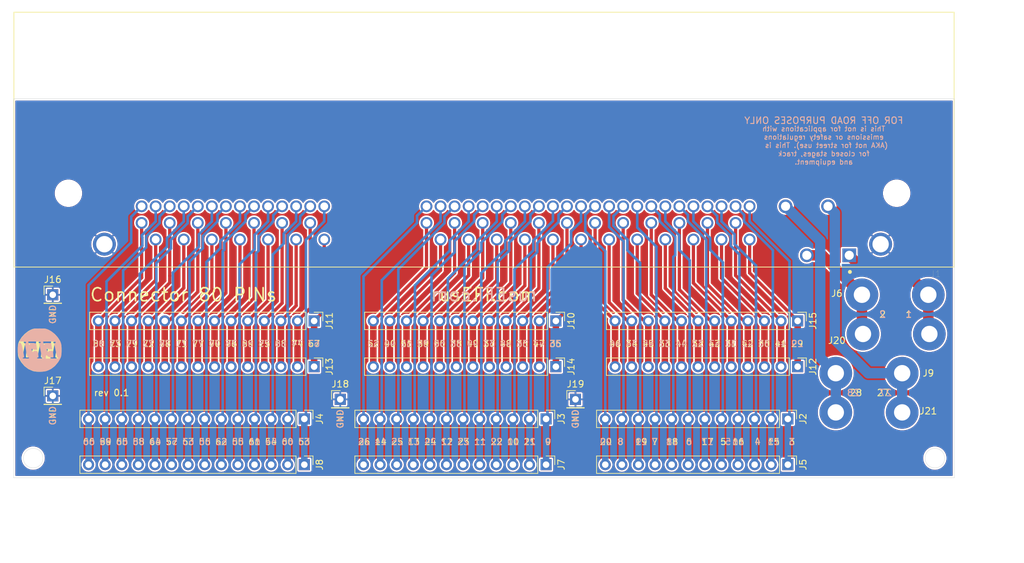
<source format=kicad_pcb>
(kicad_pcb (version 20171130) (host pcbnew "(5.1.7)-1")
  (layers (0 F.Cu signal) (31 B.Cu signal) (34 B.Paste user) (35 F.Paste user) (36 B.SilkS user) (37 F.SilkS user) (38 B.Mask user) (39 F.Mask user) (44 Edge.Cuts user))
  (net 0 "")
  (net 1 "Net-(J1-Pad59)")
  (net 2 "Net-(J1-Pad58)")
  (net 3 "Net-(J1-Pad57)")
  (net 4 "Net-(J1-Pad56)")
  (net 5 "Net-(J1-Pad55)")
  (net 6 "Net-(J1-Pad54)")
  (net 7 "Net-(J1-Pad53)")
  (net 8 "Net-(J1-Pad14)")
  (net 9 "Net-(J1-Pad13)")
  (net 10 "Net-(J1-Pad12)")
  (net 11 "Net-(J1-Pad11)")
  (net 12 "Net-(J1-Pad10)")
  (net 13 "Net-(J1-Pad9)")
  (net 14 "Net-(J1-Pad8)")
  (net 15 "Net-(J1-Pad7)")
  (net 16 "Net-(J1-Pad6)")
  (net 17 "Net-(J1-Pad5)")
  (net 18 "Net-(J1-Pad4)")
  (net 19 "Net-(J1-Pad3)")
  (net 20 "Net-(J1-Pad66)")
  (net 21 "Net-(J1-Pad65)")
  (net 22 "Net-(J1-Pad64)")
  (net 23 "Net-(J1-Pad63)")
  (net 24 "Net-(J1-Pad62)")
  (net 25 "Net-(J1-Pad61)")
  (net 26 "Net-(J1-Pad60)")
  (net 27 "Net-(J1-Pad26)")
  (net 28 "Net-(J1-Pad25)")
  (net 29 "Net-(J1-Pad24)")
  (net 30 "Net-(J1-Pad23)")
  (net 31 "Net-(J1-Pad22)")
  (net 32 "Net-(J1-Pad21)")
  (net 33 "Net-(J1-Pad20)")
  (net 34 "Net-(J1-Pad19)")
  (net 35 "Net-(J1-Pad18)")
  (net 36 "Net-(J1-Pad17)")
  (net 37 "Net-(J1-Pad16)")
  (net 38 "Net-(J1-Pad15)")
  (net 39 "Net-(J1-Pad80)")
  (net 40 "Net-(J1-Pad73)")
  (net 41 "Net-(J1-Pad79)")
  (net 42 "Net-(J1-Pad72)")
  (net 43 "Net-(J1-Pad78)")
  (net 44 "Net-(J1-Pad71)")
  (net 45 "Net-(J1-Pad77)")
  (net 46 "Net-(J1-Pad70)")
  (net 47 "Net-(J1-Pad76)")
  (net 48 "Net-(J1-Pad69)")
  (net 49 "Net-(J1-Pad75)")
  (net 50 "Net-(J1-Pad68)")
  (net 51 "Net-(J1-Pad74)")
  (net 52 "Net-(J1-Pad67)")
  (net 53 "Net-(J1-Pad52)")
  (net 54 "Net-(J1-Pad40)")
  (net 55 "Net-(J1-Pad51)")
  (net 56 "Net-(J1-Pad39)")
  (net 57 "Net-(J1-Pad50)")
  (net 58 "Net-(J1-Pad38)")
  (net 59 "Net-(J1-Pad49)")
  (net 60 "Net-(J1-Pad37)")
  (net 61 "Net-(J1-Pad48)")
  (net 62 "Net-(J1-Pad36)")
  (net 63 "Net-(J1-Pad47)")
  (net 64 "Net-(J1-Pad35)")
  (net 65 "Net-(J1-Pad46)")
  (net 66 "Net-(J1-Pad34)")
  (net 67 "Net-(J1-Pad45)")
  (net 68 "Net-(J1-Pad33)")
  (net 69 "Net-(J1-Pad44)")
  (net 70 "Net-(J1-Pad32)")
  (net 71 "Net-(J1-Pad43)")
  (net 72 "Net-(J1-Pad31)")
  (net 73 "Net-(J1-Pad42)")
  (net 74 "Net-(J1-Pad30)")
  (net 75 "Net-(J1-Pad41)")
  (net 76 "Net-(J1-Pad29)")
  (net 77 "Net-(J1-Pad1)")
  (net 78 "Net-(J1-Pad2)")
  (net 79 "Net-(J1-Pad27)")
  (net 80 "Net-(J1-Pad28)")
  (net 81 Earth)
  (module rusefi:Off_Road_Disclaimer (layer B.Cu) (at 159 62.5 180)
    (fp_text reference G? hide)
    (fp_text value Disclaimer hide)
    (fp_text user "FOR OFF ROAD PURPOSES ONLY" (at 0 3.175) (layer B.SilkS) (effects (justify mirror)))
    (fp_text user "This is not for applications with" (at 0 1.905) (layer B.SilkS) (effects (font (size 0.762 0.762) (thickness 0.127)) (justify mirror)))
    (fp_text user "emissions or safety regulations" (at 0 0.635) (layer B.SilkS) (effects (font (size 0.762 0.762) (thickness 0.127)) (justify mirror)))
    (fp_text user "(AKA not for street use). This is " (at -0.127 -0.635) (layer B.SilkS) (effects (font (size 0.762 0.762) (thickness 0.127)) (justify mirror)))
    (fp_text user "for closed stages, track" (at 0 -1.905) (layer B.SilkS) (effects (font (size 0.762 0.762) (thickness 0.127)) (justify mirror)))
    (fp_text user "and equipment." (at 0 -3.175) (layer B.SilkS) (effects (font (size 0.762 0.762) (thickness 0.127)) (justify mirror)))
  )
  (module rusefi:LOGO (layer F.Cu) (at 39 94.5)
    (fp_text reference G? hide)
    (fp_text value LOGO hide)
  )
  (module rusefi:LOGO (layer B.Cu) (at 39 94.5 180)
    (fp_text reference G? hide)
    (fp_text value LOGO hide)
  )
  (module Wire_Connections_Bridges:WireConnection_2.50mmDrill (layer F.Cu) (at 171 98 180)
    (fp_text reference J9 (at -4 0) (layer F.SilkS))
    (fp_text value Screw_Terminal_01x02)
    (pad 2 thru_hole circle (at 10.16 0 180) (size 5.00126 5.00126) (drill 2.49936) (layers *.Cu *.Mask) (net 80 "Net-(J1-Pad28)"))
    (pad 1 thru_hole circle (at 0 0 180) (size 5.00126 5.00126) (drill 2.49936) (layers *.Cu *.Mask) (net 79 "Net-(J1-Pad27)"))
  )
  (module rusefi:8-1393476-0 (layer F.Cu) (at 107 75 180)
    (fp_text reference J1 (at -69.100075 -7.810275) (layer F.SilkS) (effects (font (size 1.001961 1.001961) (thickness 0.015))))
    (fp_text value 8-1393476-0)
    (pad 59 thru_hole circle (at 50.25 2.54 180) (size 1.8 1.8) (drill 1.2) (layers *.Cu *.Mask) (net 1 "Net-(J1-Pad59)"))
    (pad 58 thru_hole circle (at 45.95 2.54 180) (size 1.8 1.8) (drill 1.2) (layers *.Cu *.Mask) (net 2 "Net-(J1-Pad58)"))
    (pad 57 thru_hole circle (at 41.65 2.54 180) (size 1.8 1.8) (drill 1.2) (layers *.Cu *.Mask) (net 3 "Net-(J1-Pad57)"))
    (pad 56 thru_hole circle (at 37.35 2.54 180) (size 1.8 1.8) (drill 1.2) (layers *.Cu *.Mask) (net 4 "Net-(J1-Pad56)"))
    (pad 55 thru_hole circle (at 33.05 2.54 180) (size 1.8 1.8) (drill 1.2) (layers *.Cu *.Mask) (net 5 "Net-(J1-Pad55)"))
    (pad 54 thru_hole circle (at 28.75 2.54 180) (size 1.8 1.8) (drill 1.2) (layers *.Cu *.Mask) (net 6 "Net-(J1-Pad54)"))
    (pad 53 thru_hole circle (at 24.45 2.54 180) (size 1.8 1.8) (drill 1.2) (layers *.Cu *.Mask) (net 7 "Net-(J1-Pad53)"))
    (pad 14 thru_hole circle (at 6.65 2.54 180) (size 1.8 1.8) (drill 1.2) (layers *.Cu *.Mask) (net 8 "Net-(J1-Pad14)"))
    (pad 13 thru_hole circle (at 2.35 2.54 180) (size 1.8 1.8) (drill 1.2) (layers *.Cu *.Mask) (net 9 "Net-(J1-Pad13)"))
    (pad 12 thru_hole circle (at -1.95 2.54 180) (size 1.8 1.8) (drill 1.2) (layers *.Cu *.Mask) (net 10 "Net-(J1-Pad12)"))
    (pad 11 thru_hole circle (at -6.25 2.54 180) (size 1.8 1.8) (drill 1.2) (layers *.Cu *.Mask) (net 11 "Net-(J1-Pad11)"))
    (pad 10 thru_hole circle (at -10.55 2.54 180) (size 1.8 1.8) (drill 1.2) (layers *.Cu *.Mask) (net 12 "Net-(J1-Pad10)"))
    (pad 9 thru_hole circle (at -14.85 2.54 180) (size 1.8 1.8) (drill 1.2) (layers *.Cu *.Mask) (net 13 "Net-(J1-Pad9)"))
    (pad 8 thru_hole circle (at -19.15 2.54 180) (size 1.8 1.8) (drill 1.2) (layers *.Cu *.Mask) (net 14 "Net-(J1-Pad8)"))
    (pad 7 thru_hole circle (at -23.45 2.54 180) (size 1.8 1.8) (drill 1.2) (layers *.Cu *.Mask) (net 15 "Net-(J1-Pad7)"))
    (pad 6 thru_hole circle (at -27.75 2.54 180) (size 1.8 1.8) (drill 1.2) (layers *.Cu *.Mask) (net 16 "Net-(J1-Pad6)"))
    (pad 5 thru_hole circle (at -32.05 2.54 180) (size 1.8 1.8) (drill 1.2) (layers *.Cu *.Mask) (net 17 "Net-(J1-Pad5)"))
    (pad 4 thru_hole circle (at -36.35 2.54 180) (size 1.8 1.8) (drill 1.2) (layers *.Cu *.Mask) (net 18 "Net-(J1-Pad4)"))
    (pad 3 thru_hole circle (at -40.65 2.54 180) (size 1.8 1.8) (drill 1.2) (layers *.Cu *.Mask) (net 19 "Net-(J1-Pad3)"))
    (pad 66 thru_hole circle (at 52.4 2.54 180) (size 1.8 1.8) (drill 1.2) (layers *.Cu *.Mask) (net 20 "Net-(J1-Pad66)"))
    (pad 65 thru_hole circle (at 48.1 2.54 180) (size 1.8 1.8) (drill 1.2) (layers *.Cu *.Mask) (net 21 "Net-(J1-Pad65)"))
    (pad 64 thru_hole circle (at 43.8 2.54 180) (size 1.8 1.8) (drill 1.2) (layers *.Cu *.Mask) (net 22 "Net-(J1-Pad64)"))
    (pad 63 thru_hole circle (at 39.5 2.54 180) (size 1.8 1.8) (drill 1.2) (layers *.Cu *.Mask) (net 23 "Net-(J1-Pad63)"))
    (pad 62 thru_hole circle (at 35.2 2.54 180) (size 1.8 1.8) (drill 1.2) (layers *.Cu *.Mask) (net 24 "Net-(J1-Pad62)"))
    (pad 61 thru_hole circle (at 30.9 2.54 180) (size 1.8 1.8) (drill 1.2) (layers *.Cu *.Mask) (net 25 "Net-(J1-Pad61)"))
    (pad 60 thru_hole circle (at 26.6 2.54 180) (size 1.8 1.8) (drill 1.2) (layers *.Cu *.Mask) (net 26 "Net-(J1-Pad60)"))
    (pad 26 thru_hole circle (at 8.8 2.54 180) (size 1.8 1.8) (drill 1.2) (layers *.Cu *.Mask) (net 27 "Net-(J1-Pad26)"))
    (pad 25 thru_hole circle (at 4.5 2.54 180) (size 1.8 1.8) (drill 1.2) (layers *.Cu *.Mask) (net 28 "Net-(J1-Pad25)"))
    (pad 24 thru_hole circle (at 0.2 2.54 180) (size 1.8 1.8) (drill 1.2) (layers *.Cu *.Mask) (net 29 "Net-(J1-Pad24)"))
    (pad 23 thru_hole circle (at -4.1 2.54 180) (size 1.8 1.8) (drill 1.2) (layers *.Cu *.Mask) (net 30 "Net-(J1-Pad23)"))
    (pad 22 thru_hole circle (at -8.4 2.54 180) (size 1.8 1.8) (drill 1.2) (layers *.Cu *.Mask) (net 31 "Net-(J1-Pad22)"))
    (pad 21 thru_hole circle (at -12.7 2.54 180) (size 1.8 1.8) (drill 1.2) (layers *.Cu *.Mask) (net 32 "Net-(J1-Pad21)"))
    (pad 20 thru_hole circle (at -17 2.54 180) (size 1.8 1.8) (drill 1.2) (layers *.Cu *.Mask) (net 33 "Net-(J1-Pad20)"))
    (pad 19 thru_hole circle (at -21.3 2.54 180) (size 1.8 1.8) (drill 1.2) (layers *.Cu *.Mask) (net 34 "Net-(J1-Pad19)"))
    (pad 18 thru_hole circle (at -25.6 2.54 180) (size 1.8 1.8) (drill 1.2) (layers *.Cu *.Mask) (net 35 "Net-(J1-Pad18)"))
    (pad 17 thru_hole circle (at -29.9 2.54 180) (size 1.8 1.8) (drill 1.2) (layers *.Cu *.Mask) (net 36 "Net-(J1-Pad17)"))
    (pad 16 thru_hole circle (at -34.2 2.54 180) (size 1.8 1.8) (drill 1.2) (layers *.Cu *.Mask) (net 37 "Net-(J1-Pad16)"))
    (pad 15 thru_hole circle (at -38.5 2.54 180) (size 1.8 1.8) (drill 1.2) (layers *.Cu *.Mask) (net 38 "Net-(J1-Pad15)"))
    (pad 80 thru_hole circle (at 52.4 0 180) (size 1.8 1.8) (drill 1.2) (layers *.Cu *.Mask) (net 39 "Net-(J1-Pad80)"))
    (pad 73 thru_hole circle (at 50.25 -2.54 180) (size 1.8 1.8) (drill 1.2) (layers *.Cu *.Mask) (net 40 "Net-(J1-Pad73)"))
    (pad 79 thru_hole circle (at 48.1 0 180) (size 1.8 1.8) (drill 1.2) (layers *.Cu *.Mask) (net 41 "Net-(J1-Pad79)"))
    (pad 72 thru_hole circle (at 45.95 -2.54 180) (size 1.8 1.8) (drill 1.2) (layers *.Cu *.Mask) (net 42 "Net-(J1-Pad72)"))
    (pad 78 thru_hole circle (at 43.8 0 180) (size 1.8 1.8) (drill 1.2) (layers *.Cu *.Mask) (net 43 "Net-(J1-Pad78)"))
    (pad 71 thru_hole circle (at 41.65 -2.54 180) (size 1.8 1.8) (drill 1.2) (layers *.Cu *.Mask) (net 44 "Net-(J1-Pad71)"))
    (pad 77 thru_hole circle (at 39.5 0 180) (size 1.8 1.8) (drill 1.2) (layers *.Cu *.Mask) (net 45 "Net-(J1-Pad77)"))
    (pad 70 thru_hole circle (at 37.35 -2.54 180) (size 1.8 1.8) (drill 1.2) (layers *.Cu *.Mask) (net 46 "Net-(J1-Pad70)"))
    (pad 76 thru_hole circle (at 35.2 0 180) (size 1.8 1.8) (drill 1.2) (layers *.Cu *.Mask) (net 47 "Net-(J1-Pad76)"))
    (pad 69 thru_hole circle (at 33.05 -2.54 180) (size 1.8 1.8) (drill 1.2) (layers *.Cu *.Mask) (net 48 "Net-(J1-Pad69)"))
    (pad 75 thru_hole circle (at 30.9 0 180) (size 1.8 1.8) (drill 1.2) (layers *.Cu *.Mask) (net 49 "Net-(J1-Pad75)"))
    (pad 68 thru_hole circle (at 28.75 -2.54 180) (size 1.8 1.8) (drill 1.2) (layers *.Cu *.Mask) (net 50 "Net-(J1-Pad68)"))
    (pad 74 thru_hole circle (at 26.6 0 180) (size 1.8 1.8) (drill 1.2) (layers *.Cu *.Mask) (net 51 "Net-(J1-Pad74)"))
    (pad 67 thru_hole circle (at 24.45 -2.54 180) (size 1.8 1.8) (drill 1.2) (layers *.Cu *.Mask) (net 52 "Net-(J1-Pad67)"))
    (pad 52 thru_hole circle (at 8.8 0 180) (size 1.8 1.8) (drill 1.2) (layers *.Cu *.Mask) (net 53 "Net-(J1-Pad52)"))
    (pad 40 thru_hole circle (at 6.65 -2.54 180) (size 1.8 1.8) (drill 1.2) (layers *.Cu *.Mask) (net 54 "Net-(J1-Pad40)"))
    (pad 51 thru_hole circle (at 4.5 0 180) (size 1.8 1.8) (drill 1.2) (layers *.Cu *.Mask) (net 55 "Net-(J1-Pad51)"))
    (pad 39 thru_hole circle (at 2.35 -2.54 180) (size 1.8 1.8) (drill 1.2) (layers *.Cu *.Mask) (net 56 "Net-(J1-Pad39)"))
    (pad 50 thru_hole circle (at 0.2 0 180) (size 1.8 1.8) (drill 1.2) (layers *.Cu *.Mask) (net 57 "Net-(J1-Pad50)"))
    (pad 38 thru_hole circle (at -1.95 -2.54 180) (size 1.8 1.8) (drill 1.2) (layers *.Cu *.Mask) (net 58 "Net-(J1-Pad38)"))
    (pad 49 thru_hole circle (at -4.1 0 180) (size 1.8 1.8) (drill 1.2) (layers *.Cu *.Mask) (net 59 "Net-(J1-Pad49)"))
    (pad 37 thru_hole circle (at -6.25 -2.54 180) (size 1.8 1.8) (drill 1.2) (layers *.Cu *.Mask) (net 60 "Net-(J1-Pad37)"))
    (pad 48 thru_hole circle (at -8.4 0 180) (size 1.8 1.8) (drill 1.2) (layers *.Cu *.Mask) (net 61 "Net-(J1-Pad48)"))
    (pad 36 thru_hole circle (at -10.55 -2.54 180) (size 1.8 1.8) (drill 1.2) (layers *.Cu *.Mask) (net 62 "Net-(J1-Pad36)"))
    (pad 47 thru_hole circle (at -12.7 0 180) (size 1.8 1.8) (drill 1.2) (layers *.Cu *.Mask) (net 63 "Net-(J1-Pad47)"))
    (pad 35 thru_hole circle (at -14.85 -2.54 180) (size 1.8 1.8) (drill 1.2) (layers *.Cu *.Mask) (net 64 "Net-(J1-Pad35)"))
    (pad 46 thru_hole circle (at -17 0 180) (size 1.8 1.8) (drill 1.2) (layers *.Cu *.Mask) (net 65 "Net-(J1-Pad46)"))
    (pad 34 thru_hole circle (at -19.15 -2.54 180) (size 1.8 1.8) (drill 1.2) (layers *.Cu *.Mask) (net 66 "Net-(J1-Pad34)"))
    (pad 45 thru_hole circle (at -21.3 0 180) (size 1.8 1.8) (drill 1.2) (layers *.Cu *.Mask) (net 67 "Net-(J1-Pad45)"))
    (pad 33 thru_hole circle (at -23.45 -2.54 180) (size 1.8 1.8) (drill 1.2) (layers *.Cu *.Mask) (net 68 "Net-(J1-Pad33)"))
    (pad 44 thru_hole circle (at -25.6 0 180) (size 1.8 1.8) (drill 1.2) (layers *.Cu *.Mask) (net 69 "Net-(J1-Pad44)"))
    (pad 32 thru_hole circle (at -27.75 -2.54 180) (size 1.8 1.8) (drill 1.2) (layers *.Cu *.Mask) (net 70 "Net-(J1-Pad32)"))
    (pad 43 thru_hole circle (at -29.9 0 180) (size 1.8 1.8) (drill 1.2) (layers *.Cu *.Mask) (net 71 "Net-(J1-Pad43)"))
    (pad 31 thru_hole circle (at -32.05 -2.54 180) (size 1.8 1.8) (drill 1.2) (layers *.Cu *.Mask) (net 72 "Net-(J1-Pad31)"))
    (pad 42 thru_hole circle (at -34.2 0 180) (size 1.8 1.8) (drill 1.2) (layers *.Cu *.Mask) (net 73 "Net-(J1-Pad42)"))
    (pad 30 thru_hole circle (at -36.35 -2.54 180) (size 1.8 1.8) (drill 1.2) (layers *.Cu *.Mask) (net 74 "Net-(J1-Pad30)"))
    (pad 41 thru_hole circle (at -38.5 0 180) (size 1.8 1.8) (drill 1.2) (layers *.Cu *.Mask) (net 75 "Net-(J1-Pad41)"))
    (pad 29 thru_hole circle (at -40.65 -2.54 180) (size 1.8 1.8) (drill 1.2) (layers *.Cu *.Mask) (net 76 "Net-(J1-Pad29)"))
    (pad None np_thru_hole circle (at -63.16 4.54 180) (size 3.7 3.7) (drill 3.7) (layers *.Cu *.Mask))
    (pad 81 thru_hole circle (at -60.7 -3.26 180) (size 3.516 3.516) (drill 2.5) (layers *.Cu *.Mask) (net 81 Earth))
    (pad 1 thru_hole rect (at -55.9 -4.96 180) (size 2.1 2.1) (drill 1.4) (layers *.Cu *.Mask) (net 77 "Net-(J1-Pad1)"))
    (pad None np_thru_hole circle (at 63.6 4.54 180) (size 3.7 3.7) (drill 3.7) (layers *.Cu *.Mask))
    (pad 82 thru_hole circle (at 58.1 -3.26 180) (size 3.516 3.516) (drill 2.5) (layers *.Cu *.Mask) (net 81 Earth))
    (pad 2 thru_hole circle (at -49.4 -4.96 180) (size 2.1 2.1) (drill 1.4) (layers *.Cu *.Mask) (net 78 "Net-(J1-Pad2)"))
    (pad 27 thru_hole circle (at -52.65 2.54 180) (size 2.1 2.1) (drill 1.4) (layers *.Cu *.Mask) (net 79 "Net-(J1-Pad27)"))
    (pad 28 thru_hole circle (at -46.15 2.54 180) (size 2.1 2.1) (drill 1.4) (layers *.Cu *.Mask) (net 80 "Net-(J1-Pad28)"))
  )
  (module Pin_Headers:Pin_Header_Straight_1x12_Pitch2.54mm (layer F.Cu) (at 153.5 105 270)
    (fp_text reference J2 (at 0 -2.33 90) (layer F.SilkS))
    (fp_text value Conn_01x12)
    (pad 1 thru_hole rect (at 0 0 270) (size 1.7 1.7) (drill 1) (layers *.Cu *.Mask) (net 19 "Net-(J1-Pad3)"))
    (pad 2 thru_hole oval (at 0 2.54 270) (size 1.7 1.7) (drill 1) (layers *.Cu *.Mask) (net 38 "Net-(J1-Pad15)"))
    (pad 3 thru_hole oval (at 0 5.08 270) (size 1.7 1.7) (drill 1) (layers *.Cu *.Mask) (net 18 "Net-(J1-Pad4)"))
    (pad 4 thru_hole oval (at 0 7.62 270) (size 1.7 1.7) (drill 1) (layers *.Cu *.Mask) (net 37 "Net-(J1-Pad16)"))
    (pad 5 thru_hole oval (at 0 10.16 270) (size 1.7 1.7) (drill 1) (layers *.Cu *.Mask) (net 17 "Net-(J1-Pad5)"))
    (pad 6 thru_hole oval (at 0 12.7 270) (size 1.7 1.7) (drill 1) (layers *.Cu *.Mask) (net 36 "Net-(J1-Pad17)"))
    (pad 7 thru_hole oval (at 0 15.24 270) (size 1.7 1.7) (drill 1) (layers *.Cu *.Mask) (net 16 "Net-(J1-Pad6)"))
    (pad 8 thru_hole oval (at 0 17.78 270) (size 1.7 1.7) (drill 1) (layers *.Cu *.Mask) (net 35 "Net-(J1-Pad18)"))
    (pad 9 thru_hole oval (at 0 20.32 270) (size 1.7 1.7) (drill 1) (layers *.Cu *.Mask) (net 15 "Net-(J1-Pad7)"))
    (pad 10 thru_hole oval (at 0 22.86 270) (size 1.7 1.7) (drill 1) (layers *.Cu *.Mask) (net 34 "Net-(J1-Pad19)"))
    (pad 11 thru_hole oval (at 0 25.4 270) (size 1.7 1.7) (drill 1) (layers *.Cu *.Mask) (net 14 "Net-(J1-Pad8)"))
    (pad 12 thru_hole oval (at 0 27.94 270) (size 1.7 1.7) (drill 1) (layers *.Cu *.Mask) (net 33 "Net-(J1-Pad20)"))
  )
  (module Pin_Headers:Pin_Header_Straight_1x12_Pitch2.54mm (layer F.Cu) (at 116.5 105 270)
    (fp_text reference J3 (at 0 -2.33 90) (layer F.SilkS))
    (fp_text value Conn_01x12)
    (pad 1 thru_hole rect (at 0 0 270) (size 1.7 1.7) (drill 1) (layers *.Cu *.Mask) (net 13 "Net-(J1-Pad9)"))
    (pad 2 thru_hole oval (at 0 2.54 270) (size 1.7 1.7) (drill 1) (layers *.Cu *.Mask) (net 32 "Net-(J1-Pad21)"))
    (pad 3 thru_hole oval (at 0 5.08 270) (size 1.7 1.7) (drill 1) (layers *.Cu *.Mask) (net 12 "Net-(J1-Pad10)"))
    (pad 4 thru_hole oval (at 0 7.62 270) (size 1.7 1.7) (drill 1) (layers *.Cu *.Mask) (net 31 "Net-(J1-Pad22)"))
    (pad 5 thru_hole oval (at 0 10.16 270) (size 1.7 1.7) (drill 1) (layers *.Cu *.Mask) (net 11 "Net-(J1-Pad11)"))
    (pad 6 thru_hole oval (at 0 12.7 270) (size 1.7 1.7) (drill 1) (layers *.Cu *.Mask) (net 30 "Net-(J1-Pad23)"))
    (pad 7 thru_hole oval (at 0 15.24 270) (size 1.7 1.7) (drill 1) (layers *.Cu *.Mask) (net 10 "Net-(J1-Pad12)"))
    (pad 8 thru_hole oval (at 0 17.78 270) (size 1.7 1.7) (drill 1) (layers *.Cu *.Mask) (net 29 "Net-(J1-Pad24)"))
    (pad 9 thru_hole oval (at 0 20.32 270) (size 1.7 1.7) (drill 1) (layers *.Cu *.Mask) (net 9 "Net-(J1-Pad13)"))
    (pad 10 thru_hole oval (at 0 22.86 270) (size 1.7 1.7) (drill 1) (layers *.Cu *.Mask) (net 28 "Net-(J1-Pad25)"))
    (pad 11 thru_hole oval (at 0 25.4 270) (size 1.7 1.7) (drill 1) (layers *.Cu *.Mask) (net 8 "Net-(J1-Pad14)"))
    (pad 12 thru_hole oval (at 0 27.94 270) (size 1.7 1.7) (drill 1) (layers *.Cu *.Mask) (net 27 "Net-(J1-Pad26)"))
  )
  (module Pin_Headers:Pin_Header_Straight_1x14_Pitch2.54mm (layer F.Cu) (at 79.5 105 270)
    (fp_text reference J4 (at 0 -2.33 90) (layer F.SilkS))
    (fp_text value Conn_01x14)
    (pad 1 thru_hole rect (at 0 0 270) (size 1.7 1.7) (drill 1) (layers *.Cu *.Mask) (net 7 "Net-(J1-Pad53)"))
    (pad 2 thru_hole oval (at 0 2.54 270) (size 1.7 1.7) (drill 1) (layers *.Cu *.Mask) (net 26 "Net-(J1-Pad60)"))
    (pad 3 thru_hole oval (at 0 5.08 270) (size 1.7 1.7) (drill 1) (layers *.Cu *.Mask) (net 6 "Net-(J1-Pad54)"))
    (pad 4 thru_hole oval (at 0 7.62 270) (size 1.7 1.7) (drill 1) (layers *.Cu *.Mask) (net 25 "Net-(J1-Pad61)"))
    (pad 5 thru_hole oval (at 0 10.16 270) (size 1.7 1.7) (drill 1) (layers *.Cu *.Mask) (net 5 "Net-(J1-Pad55)"))
    (pad 6 thru_hole oval (at 0 12.7 270) (size 1.7 1.7) (drill 1) (layers *.Cu *.Mask) (net 24 "Net-(J1-Pad62)"))
    (pad 7 thru_hole oval (at 0 15.24 270) (size 1.7 1.7) (drill 1) (layers *.Cu *.Mask) (net 4 "Net-(J1-Pad56)"))
    (pad 8 thru_hole oval (at 0 17.78 270) (size 1.7 1.7) (drill 1) (layers *.Cu *.Mask) (net 23 "Net-(J1-Pad63)"))
    (pad 9 thru_hole oval (at 0 20.32 270) (size 1.7 1.7) (drill 1) (layers *.Cu *.Mask) (net 3 "Net-(J1-Pad57)"))
    (pad 10 thru_hole oval (at 0 22.86 270) (size 1.7 1.7) (drill 1) (layers *.Cu *.Mask) (net 22 "Net-(J1-Pad64)"))
    (pad 11 thru_hole oval (at 0 25.4 270) (size 1.7 1.7) (drill 1) (layers *.Cu *.Mask) (net 2 "Net-(J1-Pad58)"))
    (pad 12 thru_hole oval (at 0 27.94 270) (size 1.7 1.7) (drill 1) (layers *.Cu *.Mask) (net 21 "Net-(J1-Pad65)"))
    (pad 13 thru_hole oval (at 0 30.48 270) (size 1.7 1.7) (drill 1) (layers *.Cu *.Mask) (net 1 "Net-(J1-Pad59)"))
    (pad 14 thru_hole oval (at 0 33.02 270) (size 1.7 1.7) (drill 1) (layers *.Cu *.Mask) (net 20 "Net-(J1-Pad66)"))
  )
  (module Pin_Headers:Pin_Header_Straight_1x12_Pitch2.54mm (layer F.Cu) (at 153.5 112 270)
    (fp_text reference J5 (at 0 -2.33 90) (layer F.SilkS))
    (fp_text value Conn_01x12)
    (pad 12 thru_hole oval (at 0 27.94 270) (size 1.7 1.7) (drill 1) (layers *.Cu *.Mask) (net 33 "Net-(J1-Pad20)"))
    (pad 11 thru_hole oval (at 0 25.4 270) (size 1.7 1.7) (drill 1) (layers *.Cu *.Mask) (net 14 "Net-(J1-Pad8)"))
    (pad 10 thru_hole oval (at 0 22.86 270) (size 1.7 1.7) (drill 1) (layers *.Cu *.Mask) (net 34 "Net-(J1-Pad19)"))
    (pad 9 thru_hole oval (at 0 20.32 270) (size 1.7 1.7) (drill 1) (layers *.Cu *.Mask) (net 15 "Net-(J1-Pad7)"))
    (pad 8 thru_hole oval (at 0 17.78 270) (size 1.7 1.7) (drill 1) (layers *.Cu *.Mask) (net 35 "Net-(J1-Pad18)"))
    (pad 7 thru_hole oval (at 0 15.24 270) (size 1.7 1.7) (drill 1) (layers *.Cu *.Mask) (net 16 "Net-(J1-Pad6)"))
    (pad 6 thru_hole oval (at 0 12.7 270) (size 1.7 1.7) (drill 1) (layers *.Cu *.Mask) (net 36 "Net-(J1-Pad17)"))
    (pad 5 thru_hole oval (at 0 10.16 270) (size 1.7 1.7) (drill 1) (layers *.Cu *.Mask) (net 17 "Net-(J1-Pad5)"))
    (pad 4 thru_hole oval (at 0 7.62 270) (size 1.7 1.7) (drill 1) (layers *.Cu *.Mask) (net 37 "Net-(J1-Pad16)"))
    (pad 3 thru_hole oval (at 0 5.08 270) (size 1.7 1.7) (drill 1) (layers *.Cu *.Mask) (net 18 "Net-(J1-Pad4)"))
    (pad 2 thru_hole oval (at 0 2.54 270) (size 1.7 1.7) (drill 1) (layers *.Cu *.Mask) (net 38 "Net-(J1-Pad15)"))
    (pad 1 thru_hole rect (at 0 0 270) (size 1.7 1.7) (drill 1) (layers *.Cu *.Mask) (net 19 "Net-(J1-Pad3)"))
  )
  (module Wire_Connections_Bridges:WireConnection_2.50mmDrill (layer F.Cu) (at 175 86 180)
    (fp_text reference J6 (at 14 0.2032) (layer F.SilkS))
    (fp_text value Screw_Terminal_01x02)
    (pad 1 thru_hole circle (at 0 0 180) (size 5.00126 5.00126) (drill 2.49936) (layers *.Cu *.Mask) (net 77 "Net-(J1-Pad1)"))
    (pad 2 thru_hole circle (at 10.16 0 180) (size 5.00126 5.00126) (drill 2.49936) (layers *.Cu *.Mask) (net 78 "Net-(J1-Pad2)"))
  )
  (module Pin_Headers:Pin_Header_Straight_1x12_Pitch2.54mm (layer F.Cu) (at 116.5 112 270)
    (fp_text reference J7 (at 0 -2.33 90) (layer F.SilkS))
    (fp_text value Conn_01x12)
    (pad 12 thru_hole oval (at 0 27.94 270) (size 1.7 1.7) (drill 1) (layers *.Cu *.Mask) (net 27 "Net-(J1-Pad26)"))
    (pad 11 thru_hole oval (at 0 25.4 270) (size 1.7 1.7) (drill 1) (layers *.Cu *.Mask) (net 8 "Net-(J1-Pad14)"))
    (pad 10 thru_hole oval (at 0 22.86 270) (size 1.7 1.7) (drill 1) (layers *.Cu *.Mask) (net 28 "Net-(J1-Pad25)"))
    (pad 9 thru_hole oval (at 0 20.32 270) (size 1.7 1.7) (drill 1) (layers *.Cu *.Mask) (net 9 "Net-(J1-Pad13)"))
    (pad 8 thru_hole oval (at 0 17.78 270) (size 1.7 1.7) (drill 1) (layers *.Cu *.Mask) (net 29 "Net-(J1-Pad24)"))
    (pad 7 thru_hole oval (at 0 15.24 270) (size 1.7 1.7) (drill 1) (layers *.Cu *.Mask) (net 10 "Net-(J1-Pad12)"))
    (pad 6 thru_hole oval (at 0 12.7 270) (size 1.7 1.7) (drill 1) (layers *.Cu *.Mask) (net 30 "Net-(J1-Pad23)"))
    (pad 5 thru_hole oval (at 0 10.16 270) (size 1.7 1.7) (drill 1) (layers *.Cu *.Mask) (net 11 "Net-(J1-Pad11)"))
    (pad 4 thru_hole oval (at 0 7.62 270) (size 1.7 1.7) (drill 1) (layers *.Cu *.Mask) (net 31 "Net-(J1-Pad22)"))
    (pad 3 thru_hole oval (at 0 5.08 270) (size 1.7 1.7) (drill 1) (layers *.Cu *.Mask) (net 12 "Net-(J1-Pad10)"))
    (pad 2 thru_hole oval (at 0 2.54 270) (size 1.7 1.7) (drill 1) (layers *.Cu *.Mask) (net 32 "Net-(J1-Pad21)"))
    (pad 1 thru_hole rect (at 0 0 270) (size 1.7 1.7) (drill 1) (layers *.Cu *.Mask) (net 13 "Net-(J1-Pad9)"))
  )
  (module Pin_Headers:Pin_Header_Straight_1x14_Pitch2.54mm (layer F.Cu) (at 79.5 112 270)
    (fp_text reference J8 (at 0 -2.33 90) (layer F.SilkS))
    (fp_text value Conn_01x14)
    (pad 14 thru_hole oval (at 0 33.02 270) (size 1.7 1.7) (drill 1) (layers *.Cu *.Mask) (net 20 "Net-(J1-Pad66)"))
    (pad 13 thru_hole oval (at 0 30.48 270) (size 1.7 1.7) (drill 1) (layers *.Cu *.Mask) (net 1 "Net-(J1-Pad59)"))
    (pad 12 thru_hole oval (at 0 27.94 270) (size 1.7 1.7) (drill 1) (layers *.Cu *.Mask) (net 21 "Net-(J1-Pad65)"))
    (pad 11 thru_hole oval (at 0 25.4 270) (size 1.7 1.7) (drill 1) (layers *.Cu *.Mask) (net 2 "Net-(J1-Pad58)"))
    (pad 10 thru_hole oval (at 0 22.86 270) (size 1.7 1.7) (drill 1) (layers *.Cu *.Mask) (net 22 "Net-(J1-Pad64)"))
    (pad 9 thru_hole oval (at 0 20.32 270) (size 1.7 1.7) (drill 1) (layers *.Cu *.Mask) (net 3 "Net-(J1-Pad57)"))
    (pad 8 thru_hole oval (at 0 17.78 270) (size 1.7 1.7) (drill 1) (layers *.Cu *.Mask) (net 23 "Net-(J1-Pad63)"))
    (pad 7 thru_hole oval (at 0 15.24 270) (size 1.7 1.7) (drill 1) (layers *.Cu *.Mask) (net 4 "Net-(J1-Pad56)"))
    (pad 6 thru_hole oval (at 0 12.7 270) (size 1.7 1.7) (drill 1) (layers *.Cu *.Mask) (net 24 "Net-(J1-Pad62)"))
    (pad 5 thru_hole oval (at 0 10.16 270) (size 1.7 1.7) (drill 1) (layers *.Cu *.Mask) (net 5 "Net-(J1-Pad55)"))
    (pad 4 thru_hole oval (at 0 7.62 270) (size 1.7 1.7) (drill 1) (layers *.Cu *.Mask) (net 25 "Net-(J1-Pad61)"))
    (pad 3 thru_hole oval (at 0 5.08 270) (size 1.7 1.7) (drill 1) (layers *.Cu *.Mask) (net 6 "Net-(J1-Pad54)"))
    (pad 2 thru_hole oval (at 0 2.54 270) (size 1.7 1.7) (drill 1) (layers *.Cu *.Mask) (net 26 "Net-(J1-Pad60)"))
    (pad 1 thru_hole rect (at 0 0 270) (size 1.7 1.7) (drill 1) (layers *.Cu *.Mask) (net 7 "Net-(J1-Pad53)"))
  )
  (module Pin_Headers:Pin_Header_Straight_1x12_Pitch2.54mm (layer F.Cu) (at 118 90 270)
    (fp_text reference J10 (at 0 -2.33 90) (layer F.SilkS))
    (fp_text value Conn_01x12)
    (pad 1 thru_hole rect (at 0 0 270) (size 1.7 1.7) (drill 1) (layers *.Cu *.Mask) (net 64 "Net-(J1-Pad35)"))
    (pad 2 thru_hole oval (at 0 2.54 270) (size 1.7 1.7) (drill 1) (layers *.Cu *.Mask) (net 63 "Net-(J1-Pad47)"))
    (pad 3 thru_hole oval (at 0 5.08 270) (size 1.7 1.7) (drill 1) (layers *.Cu *.Mask) (net 62 "Net-(J1-Pad36)"))
    (pad 4 thru_hole oval (at 0 7.62 270) (size 1.7 1.7) (drill 1) (layers *.Cu *.Mask) (net 61 "Net-(J1-Pad48)"))
    (pad 5 thru_hole oval (at 0 10.16 270) (size 1.7 1.7) (drill 1) (layers *.Cu *.Mask) (net 60 "Net-(J1-Pad37)"))
    (pad 6 thru_hole oval (at 0 12.7 270) (size 1.7 1.7) (drill 1) (layers *.Cu *.Mask) (net 59 "Net-(J1-Pad49)"))
    (pad 7 thru_hole oval (at 0 15.24 270) (size 1.7 1.7) (drill 1) (layers *.Cu *.Mask) (net 58 "Net-(J1-Pad38)"))
    (pad 8 thru_hole oval (at 0 17.78 270) (size 1.7 1.7) (drill 1) (layers *.Cu *.Mask) (net 57 "Net-(J1-Pad50)"))
    (pad 9 thru_hole oval (at 0 20.32 270) (size 1.7 1.7) (drill 1) (layers *.Cu *.Mask) (net 56 "Net-(J1-Pad39)"))
    (pad 10 thru_hole oval (at 0 22.86 270) (size 1.7 1.7) (drill 1) (layers *.Cu *.Mask) (net 55 "Net-(J1-Pad51)"))
    (pad 11 thru_hole oval (at 0 25.4 270) (size 1.7 1.7) (drill 1) (layers *.Cu *.Mask) (net 54 "Net-(J1-Pad40)"))
    (pad 12 thru_hole oval (at 0 27.94 270) (size 1.7 1.7) (drill 1) (layers *.Cu *.Mask) (net 53 "Net-(J1-Pad52)"))
  )
  (module Pin_Headers:Pin_Header_Straight_1x14_Pitch2.54mm (layer F.Cu) (at 81 90 270)
    (fp_text reference J11 (at 0 -2.33 90) (layer F.SilkS))
    (fp_text value Conn_01x14)
    (pad 14 thru_hole oval (at 0 33.02 270) (size 1.7 1.7) (drill 1) (layers *.Cu *.Mask) (net 39 "Net-(J1-Pad80)"))
    (pad 13 thru_hole oval (at 0 30.48 270) (size 1.7 1.7) (drill 1) (layers *.Cu *.Mask) (net 40 "Net-(J1-Pad73)"))
    (pad 12 thru_hole oval (at 0 27.94 270) (size 1.7 1.7) (drill 1) (layers *.Cu *.Mask) (net 41 "Net-(J1-Pad79)"))
    (pad 11 thru_hole oval (at 0 25.4 270) (size 1.7 1.7) (drill 1) (layers *.Cu *.Mask) (net 42 "Net-(J1-Pad72)"))
    (pad 10 thru_hole oval (at 0 22.86 270) (size 1.7 1.7) (drill 1) (layers *.Cu *.Mask) (net 43 "Net-(J1-Pad78)"))
    (pad 9 thru_hole oval (at 0 20.32 270) (size 1.7 1.7) (drill 1) (layers *.Cu *.Mask) (net 44 "Net-(J1-Pad71)"))
    (pad 8 thru_hole oval (at 0 17.78 270) (size 1.7 1.7) (drill 1) (layers *.Cu *.Mask) (net 45 "Net-(J1-Pad77)"))
    (pad 7 thru_hole oval (at 0 15.24 270) (size 1.7 1.7) (drill 1) (layers *.Cu *.Mask) (net 46 "Net-(J1-Pad70)"))
    (pad 6 thru_hole oval (at 0 12.7 270) (size 1.7 1.7) (drill 1) (layers *.Cu *.Mask) (net 47 "Net-(J1-Pad76)"))
    (pad 5 thru_hole oval (at 0 10.16 270) (size 1.7 1.7) (drill 1) (layers *.Cu *.Mask) (net 48 "Net-(J1-Pad69)"))
    (pad 4 thru_hole oval (at 0 7.62 270) (size 1.7 1.7) (drill 1) (layers *.Cu *.Mask) (net 49 "Net-(J1-Pad75)"))
    (pad 3 thru_hole oval (at 0 5.08 270) (size 1.7 1.7) (drill 1) (layers *.Cu *.Mask) (net 50 "Net-(J1-Pad68)"))
    (pad 2 thru_hole oval (at 0 2.54 270) (size 1.7 1.7) (drill 1) (layers *.Cu *.Mask) (net 51 "Net-(J1-Pad74)"))
    (pad 1 thru_hole rect (at 0 0 270) (size 1.7 1.7) (drill 1) (layers *.Cu *.Mask) (net 52 "Net-(J1-Pad67)"))
  )
  (module Pin_Headers:Pin_Header_Straight_1x12_Pitch2.54mm (layer F.Cu) (at 155 97 270)
    (fp_text reference J12 (at 0 -2.33 90) (layer F.SilkS))
    (fp_text value Conn_01x12)
    (pad 12 thru_hole oval (at 0 27.94 270) (size 1.7 1.7) (drill 1) (layers *.Cu *.Mask) (net 65 "Net-(J1-Pad46)"))
    (pad 11 thru_hole oval (at 0 25.4 270) (size 1.7 1.7) (drill 1) (layers *.Cu *.Mask) (net 66 "Net-(J1-Pad34)"))
    (pad 10 thru_hole oval (at 0 22.86 270) (size 1.7 1.7) (drill 1) (layers *.Cu *.Mask) (net 67 "Net-(J1-Pad45)"))
    (pad 9 thru_hole oval (at 0 20.32 270) (size 1.7 1.7) (drill 1) (layers *.Cu *.Mask) (net 68 "Net-(J1-Pad33)"))
    (pad 8 thru_hole oval (at 0 17.78 270) (size 1.7 1.7) (drill 1) (layers *.Cu *.Mask) (net 69 "Net-(J1-Pad44)"))
    (pad 7 thru_hole oval (at 0 15.24 270) (size 1.7 1.7) (drill 1) (layers *.Cu *.Mask) (net 70 "Net-(J1-Pad32)"))
    (pad 6 thru_hole oval (at 0 12.7 270) (size 1.7 1.7) (drill 1) (layers *.Cu *.Mask) (net 71 "Net-(J1-Pad43)"))
    (pad 5 thru_hole oval (at 0 10.16 270) (size 1.7 1.7) (drill 1) (layers *.Cu *.Mask) (net 72 "Net-(J1-Pad31)"))
    (pad 4 thru_hole oval (at 0 7.62 270) (size 1.7 1.7) (drill 1) (layers *.Cu *.Mask) (net 73 "Net-(J1-Pad42)"))
    (pad 3 thru_hole oval (at 0 5.08 270) (size 1.7 1.7) (drill 1) (layers *.Cu *.Mask) (net 74 "Net-(J1-Pad30)"))
    (pad 2 thru_hole oval (at 0 2.54 270) (size 1.7 1.7) (drill 1) (layers *.Cu *.Mask) (net 75 "Net-(J1-Pad41)"))
    (pad 1 thru_hole rect (at 0 0 270) (size 1.7 1.7) (drill 1) (layers *.Cu *.Mask) (net 76 "Net-(J1-Pad29)"))
  )
  (module Pin_Headers:Pin_Header_Straight_1x14_Pitch2.54mm (layer F.Cu) (at 81 97 270)
    (fp_text reference J13 (at 0 -2.33 90) (layer F.SilkS))
    (fp_text value Conn_01x14)
    (pad 1 thru_hole rect (at 0 0 270) (size 1.7 1.7) (drill 1) (layers *.Cu *.Mask) (net 52 "Net-(J1-Pad67)"))
    (pad 2 thru_hole oval (at 0 2.54 270) (size 1.7 1.7) (drill 1) (layers *.Cu *.Mask) (net 51 "Net-(J1-Pad74)"))
    (pad 3 thru_hole oval (at 0 5.08 270) (size 1.7 1.7) (drill 1) (layers *.Cu *.Mask) (net 50 "Net-(J1-Pad68)"))
    (pad 4 thru_hole oval (at 0 7.62 270) (size 1.7 1.7) (drill 1) (layers *.Cu *.Mask) (net 49 "Net-(J1-Pad75)"))
    (pad 5 thru_hole oval (at 0 10.16 270) (size 1.7 1.7) (drill 1) (layers *.Cu *.Mask) (net 48 "Net-(J1-Pad69)"))
    (pad 6 thru_hole oval (at 0 12.7 270) (size 1.7 1.7) (drill 1) (layers *.Cu *.Mask) (net 47 "Net-(J1-Pad76)"))
    (pad 7 thru_hole oval (at 0 15.24 270) (size 1.7 1.7) (drill 1) (layers *.Cu *.Mask) (net 46 "Net-(J1-Pad70)"))
    (pad 8 thru_hole oval (at 0 17.78 270) (size 1.7 1.7) (drill 1) (layers *.Cu *.Mask) (net 45 "Net-(J1-Pad77)"))
    (pad 9 thru_hole oval (at 0 20.32 270) (size 1.7 1.7) (drill 1) (layers *.Cu *.Mask) (net 44 "Net-(J1-Pad71)"))
    (pad 10 thru_hole oval (at 0 22.86 270) (size 1.7 1.7) (drill 1) (layers *.Cu *.Mask) (net 43 "Net-(J1-Pad78)"))
    (pad 11 thru_hole oval (at 0 25.4 270) (size 1.7 1.7) (drill 1) (layers *.Cu *.Mask) (net 42 "Net-(J1-Pad72)"))
    (pad 12 thru_hole oval (at 0 27.94 270) (size 1.7 1.7) (drill 1) (layers *.Cu *.Mask) (net 41 "Net-(J1-Pad79)"))
    (pad 13 thru_hole oval (at 0 30.48 270) (size 1.7 1.7) (drill 1) (layers *.Cu *.Mask) (net 40 "Net-(J1-Pad73)"))
    (pad 14 thru_hole oval (at 0 33.02 270) (size 1.7 1.7) (drill 1) (layers *.Cu *.Mask) (net 39 "Net-(J1-Pad80)"))
  )
  (module Pin_Headers:Pin_Header_Straight_1x12_Pitch2.54mm (layer F.Cu) (at 118 97 270)
    (fp_text reference J14 (at 0 -2.33 90) (layer F.SilkS))
    (fp_text value Conn_01x12)
    (pad 1 thru_hole rect (at 0 0 270) (size 1.7 1.7) (drill 1) (layers *.Cu *.Mask) (net 64 "Net-(J1-Pad35)"))
    (pad 2 thru_hole oval (at 0 2.54 270) (size 1.7 1.7) (drill 1) (layers *.Cu *.Mask) (net 63 "Net-(J1-Pad47)"))
    (pad 3 thru_hole oval (at 0 5.08 270) (size 1.7 1.7) (drill 1) (layers *.Cu *.Mask) (net 62 "Net-(J1-Pad36)"))
    (pad 4 thru_hole oval (at 0 7.62 270) (size 1.7 1.7) (drill 1) (layers *.Cu *.Mask) (net 61 "Net-(J1-Pad48)"))
    (pad 5 thru_hole oval (at 0 10.16 270) (size 1.7 1.7) (drill 1) (layers *.Cu *.Mask) (net 60 "Net-(J1-Pad37)"))
    (pad 6 thru_hole oval (at 0 12.7 270) (size 1.7 1.7) (drill 1) (layers *.Cu *.Mask) (net 59 "Net-(J1-Pad49)"))
    (pad 7 thru_hole oval (at 0 15.24 270) (size 1.7 1.7) (drill 1) (layers *.Cu *.Mask) (net 58 "Net-(J1-Pad38)"))
    (pad 8 thru_hole oval (at 0 17.78 270) (size 1.7 1.7) (drill 1) (layers *.Cu *.Mask) (net 57 "Net-(J1-Pad50)"))
    (pad 9 thru_hole oval (at 0 20.32 270) (size 1.7 1.7) (drill 1) (layers *.Cu *.Mask) (net 56 "Net-(J1-Pad39)"))
    (pad 10 thru_hole oval (at 0 22.86 270) (size 1.7 1.7) (drill 1) (layers *.Cu *.Mask) (net 55 "Net-(J1-Pad51)"))
    (pad 11 thru_hole oval (at 0 25.4 270) (size 1.7 1.7) (drill 1) (layers *.Cu *.Mask) (net 54 "Net-(J1-Pad40)"))
    (pad 12 thru_hole oval (at 0 27.94 270) (size 1.7 1.7) (drill 1) (layers *.Cu *.Mask) (net 53 "Net-(J1-Pad52)"))
  )
  (module Pin_Headers:Pin_Header_Straight_1x12_Pitch2.54mm (layer F.Cu) (at 155 90 270)
    (fp_text reference J15 (at 0 -2.33 90) (layer F.SilkS))
    (fp_text value Conn_01x12)
    (pad 12 thru_hole oval (at 0 27.94 270) (size 1.7 1.7) (drill 1) (layers *.Cu *.Mask) (net 65 "Net-(J1-Pad46)"))
    (pad 11 thru_hole oval (at 0 25.4 270) (size 1.7 1.7) (drill 1) (layers *.Cu *.Mask) (net 66 "Net-(J1-Pad34)"))
    (pad 10 thru_hole oval (at 0 22.86 270) (size 1.7 1.7) (drill 1) (layers *.Cu *.Mask) (net 67 "Net-(J1-Pad45)"))
    (pad 9 thru_hole oval (at 0 20.32 270) (size 1.7 1.7) (drill 1) (layers *.Cu *.Mask) (net 68 "Net-(J1-Pad33)"))
    (pad 8 thru_hole oval (at 0 17.78 270) (size 1.7 1.7) (drill 1) (layers *.Cu *.Mask) (net 69 "Net-(J1-Pad44)"))
    (pad 7 thru_hole oval (at 0 15.24 270) (size 1.7 1.7) (drill 1) (layers *.Cu *.Mask) (net 70 "Net-(J1-Pad32)"))
    (pad 6 thru_hole oval (at 0 12.7 270) (size 1.7 1.7) (drill 1) (layers *.Cu *.Mask) (net 71 "Net-(J1-Pad43)"))
    (pad 5 thru_hole oval (at 0 10.16 270) (size 1.7 1.7) (drill 1) (layers *.Cu *.Mask) (net 72 "Net-(J1-Pad31)"))
    (pad 4 thru_hole oval (at 0 7.62 270) (size 1.7 1.7) (drill 1) (layers *.Cu *.Mask) (net 73 "Net-(J1-Pad42)"))
    (pad 3 thru_hole oval (at 0 5.08 270) (size 1.7 1.7) (drill 1) (layers *.Cu *.Mask) (net 74 "Net-(J1-Pad30)"))
    (pad 2 thru_hole oval (at 0 2.54 270) (size 1.7 1.7) (drill 1) (layers *.Cu *.Mask) (net 75 "Net-(J1-Pad41)"))
    (pad 1 thru_hole rect (at 0 0 270) (size 1.7 1.7) (drill 1) (layers *.Cu *.Mask) (net 76 "Net-(J1-Pad29)"))
  )
  (module Pin_Headers:Pin_Header_Straight_1x01_Pitch2.54mm (layer F.Cu) (at 41 86)
    (fp_text reference J16 (at 0 -2.33) (layer F.SilkS))
    (fp_text value Conn_01x01)
    (pad 1 thru_hole rect (at 0 0) (size 1.7 1.7) (drill 1) (layers *.Cu *.Mask) (net 81 Earth))
  )
  (module Pin_Headers:Pin_Header_Straight_1x01_Pitch2.54mm (layer F.Cu) (at 41 101.475001)
    (fp_text reference J17 (at 0 -2.33) (layer F.SilkS))
    (fp_text value Conn_01x01)
    (pad 1 thru_hole rect (at 0 0) (size 1.7 1.7) (drill 1) (layers *.Cu *.Mask) (net 81 Earth))
  )
  (module Pin_Headers:Pin_Header_Straight_1x01_Pitch2.54mm (layer F.Cu) (at 85 102)
    (fp_text reference J18 (at 0 -2.33) (layer F.SilkS))
    (fp_text value Conn_01x01)
    (pad 1 thru_hole rect (at 0 0) (size 1.7 1.7) (drill 1) (layers *.Cu *.Mask) (net 81 Earth))
  )
  (module Pin_Headers:Pin_Header_Straight_1x01_Pitch2.54mm (layer F.Cu) (at 121 102)
    (fp_text reference J19 (at 0 -2.33) (layer F.SilkS))
    (fp_text value Conn_01x01)
    (pad 1 thru_hole rect (at 0 0) (size 1.7 1.7) (drill 1) (layers *.Cu *.Mask) (net 81 Earth))
  )
  (module Wire_Connections_Bridges:WireConnection_2.50mmDrill (layer F.Cu) (at 175.16 92 180)
    (fp_text reference J20 (at 14.16 -1) (layer F.SilkS))
    (fp_text value Screw_Terminal_01x02)
    (pad 1 thru_hole circle (at 0 0 180) (size 5.00126 5.00126) (drill 2.49936) (layers *.Cu *.Mask) (net 77 "Net-(J1-Pad1)"))
    (pad 2 thru_hole circle (at 10.16 0 180) (size 5.00126 5.00126) (drill 2.49936) (layers *.Cu *.Mask) (net 78 "Net-(J1-Pad2)"))
  )
  (module Wire_Connections_Bridges:WireConnection_2.50mmDrill (layer F.Cu) (at 171 104 180)
    (fp_text reference J21 (at -4 0.2032) (layer F.SilkS))
    (fp_text value Screw_Terminal_01x02)
    (pad 2 thru_hole circle (at 10.16 0 180) (size 5.00126 5.00126) (drill 2.49936) (layers *.Cu *.Mask) (net 80 "Net-(J1-Pad28)"))
    (pad 1 thru_hole circle (at 0 0 180) (size 5.00126 5.00126) (drill 2.49936) (layers *.Cu *.Mask) (net 79 "Net-(J1-Pad27)"))
  )
  (gr_text "rev 0.1" (at 50 101) (layer F.SilkS) (effects (font (size 1 1))))
  (gr_text rusEFI.com (at 107 86) (layer B.SilkS) (effects (font (size 2 2) (thickness 0.25)) (justify mirror)))
  (gr_text rusEFI.com (at 107 86) (layer F.SilkS) (effects (font (size 2 2) (thickness 0.25))))
  (gr_text "Connector 80 PINs" (at 61 86) (layer F.SilkS) (effects (font (size 2 2) (thickness 0.25))))
  (gr_text GND (at 121 105 90) (layer B.SilkS) (effects (font (size 0.95 0.95)) (justify mirror)))
  (gr_text GND (at 85 105 90) (layer B.SilkS) (effects (font (size 0.95 0.95)) (justify mirror)))
  (gr_text GND (at 41 104.5 90) (layer B.SilkS) (effects (font (size 0.95 0.95)) (justify mirror)))
  (gr_text GND (at 41 89 90) (layer B.SilkS) (effects (font (size 0.95 0.95)) (justify mirror)))
  (gr_text GND (at 121 105 90) (layer F.SilkS) (effects (font (size 0.95 0.95))))
  (gr_text GND (at 85 105 90) (layer F.SilkS) (effects (font (size 0.95 0.95))))
  (gr_text GND (at 41 104.5 90) (layer F.SilkS) (effects (font (size 0.95 0.95))))
  (gr_text GND (at 41 89 90) (layer F.SilkS) (effects (font (size 0.95 0.95))))
  (gr_text "3      4     5       6      7      8" (at 141 108.5) (layer B.SilkS) (effects (font (size 0.95 0.95)) (justify mirror)))
  (gr_text "15     16    17     18    19     20" (at 138.5 108.5) (layer B.SilkS) (effects (font (size 0.95 0.95)) (justify mirror)))
  (gr_text "9  21 10 22 11 23 12 24 13 25 14 26" (at 102.5 108.5) (layer B.SilkS) (effects (font (size 0.95 0.95)) (justify mirror)))
  (gr_text "53 60 54 61 55 62 56 63 57 64 58 65 59 66" (at 63 108.5) (layer B.SilkS) (effects (font (size 0.95 0.95)) (justify mirror)))
  (gr_text "67 74 68 75 69 76 70 77 71 78 72 79 73 80" (at 64.5 93.5) (layer B.SilkS) (effects (font (size 0.95 0.95)) (justify mirror)))
  (gr_text "35 47 36 48 37 49 38 50 39 51 40 52" (at 104 93.5) (layer B.SilkS) (effects (font (size 0.95 0.95)) (justify mirror)))
  (gr_text "8      7      6      5      4      3" (at 141 108.5) (layer F.SilkS) (effects (font (size 0.95 0.95))))
  (gr_text "20     19    18     17    16     15" (at 138.5 108.5) (layer F.SilkS) (effects (font (size 0.95 0.95))))
  (gr_text "26 14 25 13 24 12 23 11 22 10 21  9" (at 102.5 108.5) (layer F.SilkS) (effects (font (size 0.95 0.95))))
  (gr_text "66 59 65 58 64 57 63 56 62 55 61 54 60 53" (at 63 108.5) (layer F.SilkS) (effects (font (size 0.95 0.95))))
  (gr_text "80 73 79 72 78 71 77 70 76 69 75 68 74 67" (at 64.5 93.5) (layer F.SilkS) (effects (font (size 0.95 0.95))))
  (gr_text "52 40 51 39 50 38 49 37 48 36 47 35" (at 104 93.5) (layer F.SilkS) (effects (font (size 0.95 0.95))))
  (gr_text "29 41 30 42 31 43 32 44 33 45 34 46" (at 141 93.5) (layer B.SilkS) (effects (font (size 0.95 0.95)) (justify mirror)))
  (gr_text "46 34 45 33 44 32 43 31 42 30 41 29" (at 141 93.5) (layer F.SilkS) (effects (font (size 0.95 0.95))))
  (gr_text "28   27" (at 166 101) (layer F.SilkS) (effects (font (size 1 1))))
  (gr_text "27    28" (at 166 101) (layer B.SilkS) (effects (font (size 1 1)) (justify mirror)))
  (gr_text "1    2" (at 170 89) (layer B.SilkS) (effects (font (size 1 1)) (justify mirror)))
  (gr_text "2    1" (at 170 89) (layer F.SilkS) (effects (font (size 1 1))))
  (gr_circle (center 38 111) (end 39.5 111) (layer Edge.Cuts) (width 0.05))
  (gr_circle (center 176 111) (end 177.5 111) (layer Edge.Cuts) (width 0.05))
  (gr_line (start 179 114) (end 35 114) (layer Edge.Cuts) (width 0.05))
  (gr_line (start 35 56) (end 35 114) (layer Edge.Cuts) (width 0.05))
  (gr_line (start 179 56) (end 179 114) (layer Edge.Cuts) (width 0.05))
  (gr_line (start 35 56) (end 179 56) (layer Edge.Cuts) (width 0.05))
  (segment (start 49.02 112) (end 49.02 105) (width 1) (layer B.Cu) (net 1))
  (segment (start 49.230001 104.789999) (end 49.02 105) (width 0.4) (layer B.Cu) (net 1))
  (segment (start 54.711262 77.211262) (end 54.711262 78.480198) (width 0.4) (layer B.Cu) (net 1))
  (segment (start 54.637001 77.137001) (end 54.711262 77.211262) (width 0.4) (layer B.Cu) (net 1))
  (segment (start 54.711262 78.480198) (end 49.230001 83.961459) (width 0.4) (layer B.Cu) (net 1))
  (segment (start 54.637001 76.887001) (end 54.637001 77.137001) (width 0.4) (layer B.Cu) (net 1))
  (segment (start 49.230001 83.961459) (end 49.230001 104.789999) (width 0.4) (layer B.Cu) (net 1))
  (segment (start 56.75 74.774002) (end 54.637001 76.887001) (width 0.4) (layer B.Cu) (net 1))
  (segment (start 56.75 72.46) (end 56.75 74.774002) (width 0.4) (layer B.Cu) (net 1))
  (segment (start 54.1 105) (end 54.1 112) (width 1) (layer B.Cu) (net 2))
  (segment (start 54.310001 104.789999) (end 54.1 105) (width 0.4) (layer B.Cu) (net 2))
  (segment (start 54.310001 82.810001) (end 54.310001 104.789999) (width 0.4) (layer B.Cu) (net 2))
  (segment (start 58.482001 78.638001) (end 54.310001 82.810001) (width 0.4) (layer B.Cu) (net 2))
  (segment (start 58.482001 77.342001) (end 58.482001 78.638001) (width 0.4) (layer B.Cu) (net 2))
  (segment (start 61.05 74.774002) (end 58.482001 77.342001) (width 0.4) (layer B.Cu) (net 2))
  (segment (start 61.05 72.46) (end 61.05 74.774002) (width 0.4) (layer B.Cu) (net 2))
  (segment (start 59.18 105) (end 59.18 112) (width 1) (layer B.Cu) (net 3))
  (segment (start 63.374002 76.75) (end 65.35 74.774002) (width 0.4) (layer B.Cu) (net 3))
  (segment (start 65.35 74.774002) (end 65.35 72.46) (width 0.4) (layer B.Cu) (net 3))
  (segment (start 63.374002 78.624002) (end 63.374002 76.75) (width 0.4) (layer B.Cu) (net 3))
  (segment (start 59.390001 82.608003) (end 63.374002 78.624002) (width 0.4) (layer B.Cu) (net 3))
  (segment (start 59.390001 104.789999) (end 59.390001 82.608003) (width 0.4) (layer B.Cu) (net 3))
  (segment (start 59.18 105) (end 59.390001 104.789999) (width 0.4) (layer B.Cu) (net 3))
  (segment (start 64.26 105) (end 64.26 112) (width 1) (layer B.Cu) (net 4))
  (segment (start 69.65 74.774002) (end 69.65 72.46) (width 0.4) (layer B.Cu) (net 4))
  (segment (start 66.650001 77.774001) (end 69.65 74.774002) (width 0.4) (layer B.Cu) (net 4))
  (segment (start 64.509999 80.990001) (end 66.650001 78.849999) (width 0.4) (layer B.Cu) (net 4))
  (segment (start 64.509999 104.750001) (end 64.509999 80.990001) (width 0.4) (layer B.Cu) (net 4))
  (segment (start 66.650001 78.849999) (end 66.650001 77.774001) (width 0.4) (layer B.Cu) (net 4))
  (segment (start 64.26 105) (end 64.509999 104.750001) (width 0.4) (layer B.Cu) (net 4))
  (segment (start 69.34 105) (end 69.34 112) (width 1) (layer B.Cu) (net 5))
  (segment (start 73.95 74.774002) (end 73.95 72.46) (width 0.4) (layer B.Cu) (net 5))
  (segment (start 71.89999 79.001468) (end 71.89999 76.824012) (width 0.4) (layer B.Cu) (net 5))
  (segment (start 69.589999 81.311459) (end 71.89999 79.001468) (width 0.4) (layer B.Cu) (net 5))
  (segment (start 69.589999 104.750001) (end 69.589999 81.311459) (width 0.4) (layer B.Cu) (net 5))
  (segment (start 71.89999 76.824012) (end 73.95 74.774002) (width 0.4) (layer B.Cu) (net 5))
  (segment (start 69.34 105) (end 69.589999 104.750001) (width 0.4) (layer B.Cu) (net 5))
  (segment (start 74.42 105) (end 74.42 112) (width 1) (layer B.Cu) (net 6))
  (segment (start 76.724001 76.300001) (end 78.25 74.774002) (width 0.4) (layer B.Cu) (net 6))
  (segment (start 76.699999 76.300001) (end 76.724001 76.300001) (width 0.4) (layer B.Cu) (net 6))
  (segment (start 76.349989 76.650011) (end 76.699999 76.300001) (width 0.4) (layer B.Cu) (net 6))
  (segment (start 76.349989 78.150011) (end 76.349989 76.650011) (width 0.4) (layer B.Cu) (net 6))
  (segment (start 78.25 74.774002) (end 78.25 72.46) (width 0.4) (layer B.Cu) (net 6))
  (segment (start 74.669999 79.830001) (end 76.349989 78.150011) (width 0.4) (layer B.Cu) (net 6))
  (segment (start 74.669999 104.750001) (end 74.669999 79.830001) (width 0.4) (layer B.Cu) (net 6))
  (segment (start 74.42 105) (end 74.669999 104.750001) (width 0.4) (layer B.Cu) (net 6))
  (segment (start 79.5 105) (end 79.5 112) (width 1) (layer B.Cu) (net 7))
  (segment (start 79.749999 77.574003) (end 79.749999 104.750001) (width 0.4) (layer B.Cu) (net 7))
  (segment (start 79.749999 104.750001) (end 79.5 105) (width 0.4) (layer B.Cu) (net 7))
  (segment (start 82.55 74.774002) (end 79.749999 77.574003) (width 0.4) (layer B.Cu) (net 7))
  (segment (start 82.55 72.46) (end 82.55 74.774002) (width 0.4) (layer B.Cu) (net 7))
  (segment (start 91.1 112) (end 91.1 105) (width 1) (layer B.Cu) (net 8))
  (segment (start 91.349999 104.750001) (end 91.1 105) (width 0.4) (layer B.Cu) (net 8))
  (segment (start 91.349999 83.774003) (end 91.349999 104.750001) (width 0.4) (layer B.Cu) (net 8))
  (segment (start 100.35 74.774002) (end 91.349999 83.774003) (width 0.4) (layer B.Cu) (net 8))
  (segment (start 100.35 72.46) (end 100.35 74.774002) (width 0.4) (layer B.Cu) (net 8))
  (segment (start 96.18 112) (end 96.18 105) (width 1) (layer B.Cu) (net 9))
  (segment (start 101.75 77.674002) (end 104.65 74.774002) (width 0.4) (layer B.Cu) (net 9))
  (segment (start 101.75 79.25) (end 101.75 77.674002) (width 0.4) (layer B.Cu) (net 9))
  (segment (start 96.429999 89.820001) (end 96.429999 84.570001) (width 0.4) (layer B.Cu) (net 9))
  (segment (start 104.65 74.774002) (end 104.65 72.46) (width 0.4) (layer B.Cu) (net 9))
  (segment (start 96.429999 84.570001) (end 101.75 79.25) (width 0.4) (layer B.Cu) (net 9))
  (segment (start 96.390001 89.859999) (end 96.429999 89.820001) (width 0.4) (layer B.Cu) (net 9))
  (segment (start 96.390001 104.789999) (end 96.390001 89.859999) (width 0.4) (layer B.Cu) (net 9))
  (segment (start 96.18 105) (end 96.390001 104.789999) (width 0.4) (layer B.Cu) (net 9))
  (segment (start 101.26 112) (end 101.26 105) (width 1) (layer B.Cu) (net 10))
  (segment (start 101.470001 104.789999) (end 101.470001 83.529999) (width 0.4) (layer B.Cu) (net 10))
  (segment (start 101.26 105) (end 101.470001 104.789999) (width 0.4) (layer B.Cu) (net 10))
  (segment (start 101.470001 83.529999) (end 106 79) (width 0.4) (layer B.Cu) (net 10))
  (segment (start 106 79) (end 106 77.75) (width 0.4) (layer B.Cu) (net 10))
  (segment (start 108.95 74.8) (end 108.95 72.46) (width 0.4) (layer B.Cu) (net 10))
  (segment (start 106 77.75) (end 108.95 74.8) (width 0.4) (layer B.Cu) (net 10))
  (segment (start 106.34 112) (end 106.34 105) (width 1) (layer B.Cu) (net 11))
  (segment (start 106.589999 82.660001) (end 106.589999 104.750001) (width 0.4) (layer B.Cu) (net 11))
  (segment (start 110.250001 78.999999) (end 106.589999 82.660001) (width 0.4) (layer B.Cu) (net 11))
  (segment (start 110.250001 77.750001) (end 110.250001 78.999999) (width 0.4) (layer B.Cu) (net 11))
  (segment (start 106.589999 104.750001) (end 106.34 105) (width 0.4) (layer B.Cu) (net 11))
  (segment (start 111.700001 76.300001) (end 110.250001 77.750001) (width 0.4) (layer B.Cu) (net 11))
  (segment (start 111.724001 76.300001) (end 111.700001 76.300001) (width 0.4) (layer B.Cu) (net 11))
  (segment (start 113.25 74.774002) (end 111.724001 76.300001) (width 0.4) (layer B.Cu) (net 11))
  (segment (start 113.25 72.46) (end 113.25 74.774002) (width 0.4) (layer B.Cu) (net 11))
  (segment (start 111.42 112) (end 111.42 105) (width 1) (layer B.Cu) (net 12))
  (segment (start 117.55 74.7) (end 117.55 72.46) (width 0.4) (layer B.Cu) (net 12))
  (segment (start 114.550001 77.699999) (end 117.55 74.7) (width 0.4) (layer B.Cu) (net 12))
  (segment (start 114.550001 79.199999) (end 114.550001 77.699999) (width 0.4) (layer B.Cu) (net 12))
  (segment (start 111.669999 82.080001) (end 114.550001 79.199999) (width 0.4) (layer B.Cu) (net 12))
  (segment (start 111.669999 104.750001) (end 111.669999 82.080001) (width 0.4) (layer B.Cu) (net 12))
  (segment (start 111.42 105) (end 111.669999 104.750001) (width 0.4) (layer B.Cu) (net 12))
  (segment (start 116.5 105) (end 116.5 112) (width 1) (layer B.Cu) (net 13))
  (segment (start 116.710001 104.789999) (end 116.710001 81.789999) (width 0.4) (layer B.Cu) (net 13))
  (segment (start 116.5 105) (end 116.710001 104.789999) (width 0.4) (layer B.Cu) (net 13))
  (segment (start 121.85 74.774002) (end 121.85 72.46) (width 0.4) (layer B.Cu) (net 13))
  (segment (start 120.324001 76.300001) (end 121.85 74.774002) (width 0.4) (layer B.Cu) (net 13))
  (segment (start 120.324001 78.175999) (end 120.324001 76.300001) (width 0.4) (layer B.Cu) (net 13))
  (segment (start 116.710001 81.789999) (end 120.324001 78.175999) (width 0.4) (layer B.Cu) (net 13))
  (segment (start 128.1 105) (end 128.1 112) (width 1) (layer B.Cu) (net 14))
  (segment (start 128.349999 104.750001) (end 128.1 105) (width 0.4) (layer B.Cu) (net 14))
  (segment (start 128.349999 77.815997) (end 128.349999 104.750001) (width 0.4) (layer B.Cu) (net 14))
  (segment (start 126.15 75.615998) (end 128.349999 77.815997) (width 0.4) (layer B.Cu) (net 14))
  (segment (start 126.15 72.46) (end 126.15 75.615998) (width 0.4) (layer B.Cu) (net 14))
  (segment (start 133.18 105) (end 133.18 112) (width 1) (layer B.Cu) (net 15))
  (segment (start 130.45 72.46) (end 130.45 75.7) (width 0.4) (layer B.Cu) (net 15))
  (segment (start 133.390001 104.789999) (end 133.18 105) (width 0.4) (layer B.Cu) (net 15))
  (segment (start 133.390001 78.640001) (end 133.390001 104.789999) (width 0.4) (layer B.Cu) (net 15))
  (segment (start 130.45 75.7) (end 133.390001 78.640001) (width 0.4) (layer B.Cu) (net 15))
  (segment (start 138.26 105) (end 138.26 112) (width 1) (layer B.Cu) (net 16))
  (segment (start 138.470001 104.789999) (end 138.26 105) (width 0.4) (layer B.Cu) (net 16))
  (segment (start 138.470001 80.720001) (end 138.470001 104.789999) (width 0.4) (layer B.Cu) (net 16))
  (segment (start 136.866272 76.883728) (end 136.866272 79.116272) (width 0.4) (layer B.Cu) (net 16))
  (segment (start 134.75 74.767456) (end 136.866272 76.883728) (width 0.4) (layer B.Cu) (net 16))
  (segment (start 136.866272 79.116272) (end 138.470001 80.720001) (width 0.4) (layer B.Cu) (net 16))
  (segment (start 134.75 72.46) (end 134.75 74.767456) (width 0.4) (layer B.Cu) (net 16))
  (segment (start 143.34 105) (end 143.34 112) (width 1) (layer B.Cu) (net 17))
  (segment (start 143.550001 104.789999) (end 143.550001 81.050001) (width 0.4) (layer B.Cu) (net 17))
  (segment (start 143.34 105) (end 143.550001 104.789999) (width 0.4) (layer B.Cu) (net 17))
  (segment (start 141.610011 79.110011) (end 141.61001 77.327466) (width 0.4) (layer B.Cu) (net 17))
  (segment (start 143.550001 81.050001) (end 141.610011 79.110011) (width 0.4) (layer B.Cu) (net 17))
  (segment (start 139.05 74.767456) (end 139.05 72.46) (width 0.4) (layer B.Cu) (net 17))
  (segment (start 141.61001 77.327466) (end 139.05 74.767456) (width 0.4) (layer B.Cu) (net 17))
  (segment (start 148.42 105) (end 148.42 112) (width 1) (layer B.Cu) (net 18))
  (segment (start 145.342011 76.759467) (end 143.35 74.767456) (width 0.4) (layer B.Cu) (net 18))
  (segment (start 143.35 74.767456) (end 143.35 72.46) (width 0.4) (layer B.Cu) (net 18))
  (segment (start 145.342011 78.243469) (end 145.342011 76.759467) (width 0.4) (layer B.Cu) (net 18))
  (segment (start 148.630001 81.531459) (end 145.342011 78.243469) (width 0.4) (layer B.Cu) (net 18))
  (segment (start 148.630001 104.789999) (end 148.630001 81.531459) (width 0.4) (layer B.Cu) (net 18))
  (segment (start 148.42 105) (end 148.630001 104.789999) (width 0.4) (layer B.Cu) (net 18))
  (segment (start 153.5 105) (end 153.5 112) (width 1) (layer B.Cu) (net 19))
  (segment (start 153.749999 104.750001) (end 153.5 105) (width 0.4) (layer B.Cu) (net 19))
  (segment (start 153.749999 80.867455) (end 153.749999 104.750001) (width 0.4) (layer B.Cu) (net 19))
  (segment (start 147.65 74.767456) (end 153.749999 80.867455) (width 0.4) (layer B.Cu) (net 19))
  (segment (start 147.65 72.46) (end 147.65 74.767456) (width 0.4) (layer B.Cu) (net 19))
  (segment (start 46.48 105) (end 46.48 112) (width 1) (layer B.Cu) (net 20))
  (segment (start 54.6 72.46) (end 53 74.06) (width 0.4) (layer B.Cu) (net 20))
  (segment (start 53 74.06) (end 53 78) (width 0.4) (layer B.Cu) (net 20))
  (segment (start 46.48 84.52) (end 46.48 85.52) (width 0.4) (layer B.Cu) (net 20))
  (segment (start 53 78) (end 46.48 84.52) (width 0.4) (layer B.Cu) (net 20))
  (segment (start 46.48 85.52) (end 46.48 105) (width 0.4) (layer B.Cu) (net 20))
  (segment (start 51.56 105) (end 51.56 112) (width 1) (layer B.Cu) (net 21))
  (segment (start 57.35001 74.00999) (end 57.350009 75.022535) (width 0.4) (layer B.Cu) (net 21))
  (segment (start 58.9 72.46) (end 57.35001 74.00999) (width 0.4) (layer B.Cu) (net 21))
  (segment (start 51.770001 104.789999) (end 51.56 105) (width 0.4) (layer B.Cu) (net 21))
  (segment (start 55.311272 78.72873) (end 51.770001 82.270001) (width 0.4) (layer B.Cu) (net 21))
  (segment (start 55.311272 77.061272) (end 55.311272 78.72873) (width 0.4) (layer B.Cu) (net 21))
  (segment (start 51.770001 82.270001) (end 51.770001 104.789999) (width 0.4) (layer B.Cu) (net 21))
  (segment (start 57.350009 75.022535) (end 55.311272 77.061272) (width 0.4) (layer B.Cu) (net 21))
  (segment (start 56.64 112) (end 56.64 105) (width 1) (layer B.Cu) (net 22))
  (segment (start 56.850001 104.789999) (end 56.850001 81.149999) (width 0.4) (layer B.Cu) (net 22))
  (segment (start 56.64 105) (end 56.850001 104.789999) (width 0.4) (layer B.Cu) (net 22))
  (segment (start 56.850001 81.149999) (end 59.082011 78.917989) (width 0.4) (layer B.Cu) (net 22))
  (segment (start 61.650009 75.022535) (end 61.650009 74.009991) (width 0.4) (layer B.Cu) (net 22))
  (segment (start 59.082011 77.590533) (end 61.650009 75.022535) (width 0.4) (layer B.Cu) (net 22))
  (segment (start 61.650009 74.009991) (end 63.2 72.46) (width 0.4) (layer B.Cu) (net 22))
  (segment (start 59.082011 78.917989) (end 59.082011 77.590533) (width 0.4) (layer B.Cu) (net 22))
  (segment (start 61.72 112) (end 61.72 105) (width 1) (layer B.Cu) (net 23))
  (segment (start 61.930001 104.789999) (end 61.72 105) (width 0.4) (layer B.Cu) (net 23))
  (segment (start 63.974012 78.872534) (end 61.930001 80.916545) (width 0.4) (layer B.Cu) (net 23))
  (segment (start 61.930001 80.916545) (end 61.930001 104.789999) (width 0.4) (layer B.Cu) (net 23))
  (segment (start 63.974012 76.998532) (end 63.974012 78.872534) (width 0.4) (layer B.Cu) (net 23))
  (segment (start 66.199999 74.772545) (end 63.974012 76.998532) (width 0.4) (layer B.Cu) (net 23))
  (segment (start 66.199999 73.760001) (end 66.199999 74.772545) (width 0.4) (layer B.Cu) (net 23))
  (segment (start 67.5 72.46) (end 66.199999 73.760001) (width 0.4) (layer B.Cu) (net 23))
  (segment (start 66.8 112) (end 66.8 105) (width 1) (layer B.Cu) (net 24))
  (segment (start 70.499999 73.760001) (end 71.8 72.46) (width 0.4) (layer B.Cu) (net 24))
  (segment (start 70.499999 74.772545) (end 70.499999 73.760001) (width 0.4) (layer B.Cu) (net 24))
  (segment (start 67.250011 78.022533) (end 70.499999 74.772545) (width 0.4) (layer B.Cu) (net 24))
  (segment (start 67.250011 79.098531) (end 67.250011 78.022533) (width 0.4) (layer B.Cu) (net 24))
  (segment (start 67.010001 79.338541) (end 67.250011 79.098531) (width 0.4) (layer B.Cu) (net 24))
  (segment (start 67.010001 104.789999) (end 67.010001 79.338541) (width 0.4) (layer B.Cu) (net 24))
  (segment (start 66.8 105) (end 67.010001 104.789999) (width 0.4) (layer B.Cu) (net 24))
  (segment (start 71.88 112) (end 71.88 105) (width 1) (layer B.Cu) (net 25))
  (segment (start 72.090001 104.789999) (end 71.88 105) (width 0.4) (layer B.Cu) (net 25))
  (segment (start 72.090001 79.659999) (end 72.090001 104.789999) (width 0.4) (layer B.Cu) (net 25))
  (segment (start 72.5 79.25) (end 72.090001 79.659999) (width 0.4) (layer B.Cu) (net 25))
  (segment (start 72.5 77.072544) (end 72.5 79.25) (width 0.4) (layer B.Cu) (net 25))
  (segment (start 74.55001 74.94999) (end 74.550009 75.022535) (width 0.4) (layer B.Cu) (net 25))
  (segment (start 74.75 74.75) (end 74.55001 74.94999) (width 0.4) (layer B.Cu) (net 25))
  (segment (start 74.75 73.81) (end 74.75 74.75) (width 0.4) (layer B.Cu) (net 25))
  (segment (start 74.550009 75.022535) (end 72.5 77.072544) (width 0.4) (layer B.Cu) (net 25))
  (segment (start 76.1 72.46) (end 74.75 73.81) (width 0.4) (layer B.Cu) (net 25))
  (segment (start 76.96 112) (end 76.96 105) (width 1) (layer B.Cu) (net 26))
  (segment (start 78.850009 74.009991) (end 80.4 72.46) (width 0.4) (layer B.Cu) (net 26))
  (segment (start 78.850009 75.022535) (end 78.850009 74.009991) (width 0.4) (layer B.Cu) (net 26))
  (segment (start 76.949999 76.900011) (end 76.972534 76.90001) (width 0.4) (layer B.Cu) (net 26))
  (segment (start 76.949999 89.179997) (end 76.949999 76.900011) (width 0.4) (layer B.Cu) (net 26))
  (segment (start 77.170001 89.399999) (end 76.949999 89.179997) (width 0.4) (layer B.Cu) (net 26))
  (segment (start 77.170001 104.789999) (end 77.170001 89.399999) (width 0.4) (layer B.Cu) (net 26))
  (segment (start 76.972534 76.90001) (end 78.850009 75.022535) (width 0.4) (layer B.Cu) (net 26))
  (segment (start 76.96 105) (end 77.170001 104.789999) (width 0.4) (layer B.Cu) (net 26))
  (segment (start 88.56 105) (end 88.56 112) (width 1) (layer B.Cu) (net 27))
  (segment (start 98.2 72.46) (end 96.75 73.91) (width 0.4) (layer B.Cu) (net 27))
  (segment (start 96.75 73.91) (end 96.75 75) (width 0.4) (layer B.Cu) (net 27))
  (segment (start 88.56 83.19) (end 88.56 84.31) (width 0.4) (layer B.Cu) (net 27))
  (segment (start 96.75 75) (end 88.56 83.19) (width 0.4) (layer B.Cu) (net 27))
  (segment (start 88.56 105) (end 88.56 84.31) (width 0.4) (layer B.Cu) (net 27))
  (segment (start 93.64 105) (end 93.64 112) (width 1) (layer B.Cu) (net 28))
  (segment (start 101.199999 73.760001) (end 102.5 72.46) (width 0.4) (layer B.Cu) (net 28))
  (segment (start 100.950009 74.009991) (end 101.199999 73.760001) (width 0.4) (layer B.Cu) (net 28))
  (segment (start 93.889999 82.082545) (end 100.950009 75.022535) (width 0.4) (layer B.Cu) (net 28))
  (segment (start 100.950009 75.022535) (end 100.950009 74.009991) (width 0.4) (layer B.Cu) (net 28))
  (segment (start 93.889999 104.750001) (end 93.889999 82.082545) (width 0.4) (layer B.Cu) (net 28))
  (segment (start 93.64 105) (end 93.889999 104.750001) (width 0.4) (layer B.Cu) (net 28))
  (segment (start 98.72 105) (end 98.72 112) (width 1) (layer B.Cu) (net 29))
  (segment (start 98.969999 104.750001) (end 98.72 105) (width 0.4) (layer B.Cu) (net 29))
  (segment (start 98.969999 83.030001) (end 98.969999 104.750001) (width 0.4) (layer B.Cu) (net 29))
  (segment (start 102.5 79.5) (end 98.969999 83.030001) (width 0.4) (layer B.Cu) (net 29))
  (segment (start 102.5 77.772544) (end 102.5 79.5) (width 0.4) (layer B.Cu) (net 29))
  (segment (start 105.499999 74.772545) (end 102.5 77.772544) (width 0.4) (layer B.Cu) (net 29))
  (segment (start 105.499999 73.760001) (end 105.499999 74.772545) (width 0.4) (layer B.Cu) (net 29))
  (segment (start 106.8 72.46) (end 105.499999 73.760001) (width 0.4) (layer B.Cu) (net 29))
  (segment (start 103.8 105) (end 103.8 112) (width 1) (layer B.Cu) (net 30))
  (segment (start 104.010001 81.838541) (end 106.60001 79.248532) (width 0.4) (layer B.Cu) (net 30))
  (segment (start 104.010001 104.789999) (end 104.010001 81.838541) (width 0.4) (layer B.Cu) (net 30))
  (segment (start 103.8 105) (end 104.010001 104.789999) (width 0.4) (layer B.Cu) (net 30))
  (segment (start 106.60001 79.248532) (end 106.60001 77.998532) (width 0.4) (layer B.Cu) (net 30))
  (segment (start 109.799999 73.760001) (end 111.1 72.46) (width 0.4) (layer B.Cu) (net 30))
  (segment (start 109.799999 74.798543) (end 109.799999 73.760001) (width 0.4) (layer B.Cu) (net 30))
  (segment (start 106.60001 77.998532) (end 109.799999 74.798543) (width 0.4) (layer B.Cu) (net 30))
  (segment (start 108.88 105) (end 108.88 112) (width 1) (layer B.Cu) (net 31))
  (segment (start 114.099999 74.772545) (end 114.099999 73.760001) (width 0.4) (layer B.Cu) (net 31))
  (segment (start 110.850011 78.022533) (end 114.099999 74.772545) (width 0.4) (layer B.Cu) (net 31))
  (segment (start 110.850011 79.248531) (end 110.850011 78.022533) (width 0.4) (layer B.Cu) (net 31))
  (segment (start 109.090001 81.008541) (end 110.850011 79.248531) (width 0.4) (layer B.Cu) (net 31))
  (segment (start 114.099999 73.760001) (end 115.4 72.46) (width 0.4) (layer B.Cu) (net 31))
  (segment (start 109.090001 104.789999) (end 109.090001 81.008541) (width 0.4) (layer B.Cu) (net 31))
  (segment (start 108.88 105) (end 109.090001 104.789999) (width 0.4) (layer B.Cu) (net 31))
  (segment (start 113.96 105) (end 113.96 112) (width 1) (layer B.Cu) (net 32))
  (segment (start 115.150011 78.099989) (end 118.399999 74.850001) (width 0.4) (layer B.Cu) (net 32))
  (segment (start 118.399999 73.760001) (end 119.7 72.46) (width 0.4) (layer B.Cu) (net 32))
  (segment (start 118.399999 74.850001) (end 118.399999 73.760001) (width 0.4) (layer B.Cu) (net 32))
  (segment (start 115.150011 79.448531) (end 115.150011 78.099989) (width 0.4) (layer B.Cu) (net 32))
  (segment (start 114.170001 80.428541) (end 115.150011 79.448531) (width 0.4) (layer B.Cu) (net 32))
  (segment (start 114.170001 104.789999) (end 114.170001 80.428541) (width 0.4) (layer B.Cu) (net 32))
  (segment (start 113.96 105) (end 114.170001 104.789999) (width 0.4) (layer B.Cu) (net 32))
  (segment (start 125.56 112) (end 125.56 105) (width 1) (layer B.Cu) (net 33))
  (segment (start 125.56 79.325998) (end 125.56 105) (width 0.4) (layer B.Cu) (net 33))
  (segment (start 122.5 76.265998) (end 125.56 79.325998) (width 0.4) (layer B.Cu) (net 33))
  (segment (start 122.5 73.75) (end 122.5 76.265998) (width 0.4) (layer B.Cu) (net 33))
  (segment (start 123.79 72.46) (end 122.5 73.75) (width 0.4) (layer B.Cu) (net 33))
  (segment (start 124 72.46) (end 123.79 72.46) (width 0.4) (layer B.Cu) (net 33))
  (segment (start 130.64 112) (end 130.64 105) (width 1) (layer B.Cu) (net 34))
  (segment (start 130.889999 104.750001) (end 130.64 105) (width 0.4) (layer B.Cu) (net 34))
  (segment (start 130.889999 81.110001) (end 130.860001 81.110001) (width 0.4) (layer B.Cu) (net 34))
  (segment (start 130.860001 81.110001) (end 128.950009 79.200009) (width 0.4) (layer B.Cu) (net 34))
  (segment (start 130.889999 81.110001) (end 130.889999 104.750001) (width 0.4) (layer B.Cu) (net 34))
  (segment (start 128.950009 79.200009) (end 128.950008 77.567464) (width 0.4) (layer B.Cu) (net 34))
  (segment (start 128.950008 77.567464) (end 126.816272 75.433728) (width 0.4) (layer B.Cu) (net 34))
  (segment (start 126.816272 73.943728) (end 128.3 72.46) (width 0.4) (layer B.Cu) (net 34))
  (segment (start 126.816272 75.433728) (end 126.816272 73.943728) (width 0.4) (layer B.Cu) (net 34))
  (segment (start 135.72 112) (end 135.72 105) (width 1) (layer B.Cu) (net 35))
  (segment (start 133.900001 73.760001) (end 132.6 72.46) (width 0.4) (layer B.Cu) (net 35))
  (segment (start 133.900001 74.765999) (end 133.900001 73.760001) (width 0.4) (layer B.Cu) (net 35))
  (segment (start 136.266262 77.13226) (end 133.900001 74.765999) (width 0.4) (layer B.Cu) (net 35))
  (segment (start 136.266262 79.923736) (end 136.266262 77.13226) (width 0.4) (layer B.Cu) (net 35))
  (segment (start 135.969999 80.219999) (end 136.266262 79.923736) (width 0.4) (layer B.Cu) (net 35))
  (segment (start 135.969999 104.750001) (end 135.969999 80.219999) (width 0.4) (layer B.Cu) (net 35))
  (segment (start 135.72 105) (end 135.969999 104.750001) (width 0.4) (layer B.Cu) (net 35))
  (segment (start 140.8 112) (end 140.8 105) (width 1) (layer B.Cu) (net 36))
  (segment (start 138.200001 73.760001) (end 138.200001 74.765999) (width 0.4) (layer B.Cu) (net 36))
  (segment (start 136.9 72.46) (end 138.200001 73.760001) (width 0.4) (layer B.Cu) (net 36))
  (segment (start 141.010001 104.789999) (end 140.8 105) (width 0.4) (layer B.Cu) (net 36))
  (segment (start 141.010001 77.575999) (end 141.010001 104.789999) (width 0.4) (layer B.Cu) (net 36))
  (segment (start 138.200001 74.765999) (end 141.010001 77.575999) (width 0.4) (layer B.Cu) (net 36))
  (segment (start 145.88 112) (end 145.88 105) (width 1) (layer B.Cu) (net 37))
  (segment (start 146.090001 104.789999) (end 145.88 105) (width 0.4) (layer B.Cu) (net 37))
  (segment (start 146.090001 79.840001) (end 146.090001 104.789999) (width 0.4) (layer B.Cu) (net 37))
  (segment (start 144.742001 78.492001) (end 146.090001 79.840001) (width 0.4) (layer B.Cu) (net 37))
  (segment (start 144.742001 77.007999) (end 144.742001 78.492001) (width 0.4) (layer B.Cu) (net 37))
  (segment (start 142.687001 74.952999) (end 144.742001 77.007999) (width 0.4) (layer B.Cu) (net 37))
  (segment (start 142.687001 73.947001) (end 142.687001 74.952999) (width 0.4) (layer B.Cu) (net 37))
  (segment (start 141.2 72.46) (end 142.687001 73.947001) (width 0.4) (layer B.Cu) (net 37))
  (segment (start 150.96 105) (end 150.96 112) (width 1) (layer B.Cu) (net 38))
  (segment (start 151.209999 104.750001) (end 150.96 105) (width 0.4) (layer B.Cu) (net 38))
  (segment (start 151.209999 79.175997) (end 151.209999 104.750001) (width 0.4) (layer B.Cu) (net 38))
  (segment (start 146.800001 74.765999) (end 151.209999 79.175997) (width 0.4) (layer B.Cu) (net 38))
  (segment (start 146.800001 73.760001) (end 146.800001 74.765999) (width 0.4) (layer B.Cu) (net 38))
  (segment (start 145.5 72.46) (end 146.800001 73.760001) (width 0.4) (layer B.Cu) (net 38))
  (segment (start 54.6 83.38) (end 47.98 90) (width 0.5) (layer F.Cu) (net 39))
  (segment (start 54.6 75) (end 54.6 83.38) (width 0.5) (layer F.Cu) (net 39))
  (segment (start 47.98 90) (end 47.98 97) (width 1) (layer F.Cu) (net 39))
  (segment (start 56.75 83.77) (end 50.52 90) (width 0.5) (layer F.Cu) (net 40))
  (segment (start 56.75 77.54) (end 56.75 83.77) (width 0.5) (layer F.Cu) (net 40))
  (segment (start 50.52 90) (end 50.52 97) (width 1) (layer F.Cu) (net 40))
  (segment (start 58.9 75) (end 58.9 83.1) (width 0.5) (layer F.Cu) (net 41))
  (segment (start 58.9 84.16) (end 58.9 83.1) (width 0.5) (layer F.Cu) (net 41))
  (segment (start 53.06 90) (end 58.9 84.16) (width 0.5) (layer F.Cu) (net 41))
  (segment (start 53.06 90) (end 53.06 97) (width 1) (layer F.Cu) (net 41))
  (segment (start 61.05 77.54) (end 61.05 84.95) (width 0.5) (layer F.Cu) (net 42))
  (segment (start 56 90) (end 55.6 90) (width 0.5) (layer F.Cu) (net 42))
  (segment (start 61.05 84.95) (end 56 90) (width 0.5) (layer F.Cu) (net 42))
  (segment (start 55.6 90) (end 55.6 97) (width 1) (layer F.Cu) (net 42))
  (segment (start 58.755998 90) (end 58.14 90) (width 0.5) (layer F.Cu) (net 43))
  (segment (start 63.2 85.555998) (end 58.755998 90) (width 0.5) (layer F.Cu) (net 43))
  (segment (start 63.2 75) (end 63.2 85.555998) (width 0.5) (layer F.Cu) (net 43))
  (segment (start 58.14 90) (end 58.14 97) (width 1) (layer F.Cu) (net 43))
  (segment (start 65.35 85.33) (end 60.68 90) (width 0.5) (layer F.Cu) (net 44))
  (segment (start 65.35 77.54) (end 65.35 85.33) (width 0.5) (layer F.Cu) (net 44))
  (segment (start 60.68 97) (end 60.68 90) (width 1) (layer F.Cu) (net 44))
  (segment (start 67.5 85.72) (end 63.22 90) (width 0.5) (layer F.Cu) (net 45))
  (segment (start 67.5 75) (end 67.5 85.72) (width 0.5) (layer F.Cu) (net 45))
  (segment (start 63.22 90) (end 63.22 97) (width 1) (layer F.Cu) (net 45))
  (segment (start 69.65 86.11) (end 65.76 90) (width 0.5) (layer F.Cu) (net 46))
  (segment (start 69.65 77.54) (end 69.65 86.11) (width 0.5) (layer F.Cu) (net 46))
  (segment (start 65.76 97) (end 65.76 90) (width 1) (layer F.Cu) (net 46))
  (segment (start 71.8 86.5) (end 68.3 90) (width 0.5) (layer F.Cu) (net 47))
  (segment (start 71.8 75) (end 71.8 86.5) (width 0.5) (layer F.Cu) (net 47))
  (segment (start 68.3 90) (end 68.3 97) (width 1) (layer F.Cu) (net 47))
  (segment (start 73.95 86.89) (end 70.84 90) (width 0.5) (layer F.Cu) (net 48))
  (segment (start 73.95 77.54) (end 73.95 86.89) (width 0.5) (layer F.Cu) (net 48))
  (segment (start 70.84 97) (end 70.84 90) (width 1) (layer F.Cu) (net 48))
  (segment (start 76.1 87.28) (end 73.38 90) (width 0.5) (layer F.Cu) (net 49))
  (segment (start 76.1 75) (end 76.1 87.28) (width 0.5) (layer F.Cu) (net 49))
  (segment (start 73.38 90) (end 73.38 97) (width 1) (layer F.Cu) (net 49))
  (segment (start 78.25 87.67) (end 75.92 90) (width 0.5) (layer F.Cu) (net 50))
  (segment (start 78.25 77.54) (end 78.25 87.67) (width 0.5) (layer F.Cu) (net 50))
  (segment (start 75.92 97) (end 75.92 90) (width 1) (layer F.Cu) (net 50))
  (segment (start 80.4 88.06) (end 78.46 90) (width 0.5) (layer F.Cu) (net 51))
  (segment (start 80.4 75) (end 80.4 88.06) (width 0.5) (layer F.Cu) (net 51))
  (segment (start 78.46 90) (end 78.46 97) (width 1) (layer F.Cu) (net 51))
  (segment (start 82.55 88.45) (end 81 90) (width 0.5) (layer F.Cu) (net 52))
  (segment (start 82.55 77.54) (end 82.55 88.45) (width 0.5) (layer F.Cu) (net 52))
  (segment (start 81 90) (end 81 97) (width 1) (layer F.Cu) (net 52))
  (segment (start 98.2 81.86) (end 90.06 90) (width 0.5) (layer F.Cu) (net 53))
  (segment (start 98.2 75) (end 98.2 81.86) (width 0.5) (layer F.Cu) (net 53))
  (segment (start 90.06 90) (end 90.06 97) (width 1) (layer F.Cu) (net 53))
  (segment (start 100.35 82.25) (end 92.6 90) (width 0.5) (layer F.Cu) (net 54))
  (segment (start 100.35 77.54) (end 100.35 82.25) (width 0.5) (layer F.Cu) (net 54))
  (segment (start 92.6 90) (end 92.6 97) (width 1) (layer F.Cu) (net 54))
  (segment (start 102.5 82.64) (end 95.14 90) (width 0.5) (layer F.Cu) (net 55))
  (segment (start 102.5 75) (end 102.5 82.64) (width 0.5) (layer F.Cu) (net 55))
  (segment (start 95.14 90) (end 95.14 97) (width 1) (layer F.Cu) (net 55))
  (segment (start 104.65 83.03) (end 97.68 90) (width 0.5) (layer F.Cu) (net 56))
  (segment (start 104.65 77.54) (end 104.65 83.03) (width 0.5) (layer F.Cu) (net 56))
  (segment (start 97.68 97) (end 97.68 90) (width 1) (layer F.Cu) (net 56))
  (segment (start 106.8 83.42) (end 100.22 90) (width 0.5) (layer F.Cu) (net 57))
  (segment (start 106.8 75) (end 106.8 83.42) (width 0.5) (layer F.Cu) (net 57))
  (segment (start 100.22 90) (end 100.22 97) (width 1) (layer F.Cu) (net 57))
  (segment (start 108.95 83.81) (end 102.76 90) (width 0.5) (layer F.Cu) (net 58))
  (segment (start 108.95 77.54) (end 108.95 83.81) (width 0.5) (layer F.Cu) (net 58))
  (segment (start 102.76 90) (end 102.76 97) (width 1) (layer F.Cu) (net 58))
  (segment (start 111.1 84.2) (end 105.3 90) (width 0.5) (layer F.Cu) (net 59))
  (segment (start 111.1 75) (end 111.1 84.2) (width 0.5) (layer F.Cu) (net 59))
  (segment (start 105.3 90) (end 105.3 97) (width 1) (layer F.Cu) (net 59))
  (segment (start 113.25 84.59) (end 107.84 90) (width 0.5) (layer F.Cu) (net 60))
  (segment (start 113.25 77.54) (end 113.25 84.59) (width 0.5) (layer F.Cu) (net 60))
  (segment (start 107.84 90) (end 107.84 97) (width 1) (layer F.Cu) (net 60))
  (segment (start 115.4 84.98) (end 110.38 90) (width 0.5) (layer F.Cu) (net 61))
  (segment (start 115.4 75) (end 115.4 84.98) (width 0.5) (layer F.Cu) (net 61))
  (segment (start 110.38 90) (end 110.38 97) (width 1) (layer F.Cu) (net 61))
  (segment (start 117.55 85.37) (end 112.92 90) (width 0.5) (layer F.Cu) (net 62))
  (segment (start 117.55 77.54) (end 117.55 85.37) (width 0.5) (layer F.Cu) (net 62))
  (segment (start 112.92 90) (end 112.92 97) (width 1) (layer F.Cu) (net 62))
  (segment (start 119.7 85.76) (end 115.46 90) (width 0.5) (layer F.Cu) (net 63))
  (segment (start 119.7 75) (end 119.7 85.76) (width 0.5) (layer F.Cu) (net 63))
  (segment (start 115.46 90) (end 115.46 97) (width 1) (layer F.Cu) (net 63))
  (segment (start 121.85 86.15) (end 118 90) (width 0.5) (layer F.Cu) (net 64))
  (segment (start 121.85 77.54) (end 121.85 86.15) (width 0.5) (layer F.Cu) (net 64))
  (segment (start 118 90) (end 118 97) (width 1) (layer F.Cu) (net 64))
  (segment (start 124 86.94) (end 127.06 90) (width 0.5) (layer F.Cu) (net 65))
  (segment (start 124 75) (end 124 86.94) (width 0.5) (layer F.Cu) (net 65))
  (segment (start 127.06 90) (end 127.06 97) (width 1) (layer F.Cu) (net 65))
  (segment (start 128.984002 90) (end 129.6 90) (width 0.5) (layer F.Cu) (net 66))
  (segment (start 126.15 87.165998) (end 128.984002 90) (width 0.5) (layer F.Cu) (net 66))
  (segment (start 126.15 77.54) (end 126.15 87.165998) (width 0.5) (layer F.Cu) (net 66))
  (segment (start 129.6 90) (end 129.6 97) (width 1) (layer F.Cu) (net 66))
  (segment (start 131.524002 90) (end 132.14 90) (width 0.5) (layer F.Cu) (net 67))
  (segment (start 128.3 86.775998) (end 131.524002 90) (width 0.5) (layer F.Cu) (net 67))
  (segment (start 128.3 75) (end 128.3 86.775998) (width 0.5) (layer F.Cu) (net 67))
  (segment (start 132.14 90) (end 132.14 97) (width 1) (layer F.Cu) (net 67))
  (segment (start 130.45 85.77) (end 134.68 90) (width 0.5) (layer F.Cu) (net 68))
  (segment (start 130.45 77.54) (end 130.45 85.77) (width 0.5) (layer F.Cu) (net 68))
  (segment (start 134.68 90) (end 134.68 97) (width 1) (layer F.Cu) (net 68))
  (segment (start 136.604002 90) (end 137.22 90) (width 0.5) (layer F.Cu) (net 69))
  (segment (start 132.6 85.995998) (end 136.604002 90) (width 0.5) (layer F.Cu) (net 69))
  (segment (start 132.6 75) (end 132.6 85.995998) (width 0.5) (layer F.Cu) (net 69))
  (segment (start 137.22 90) (end 137.22 97) (width 1) (layer F.Cu) (net 69))
  (segment (start 134.75 84.99) (end 139.76 90) (width 0.5) (layer F.Cu) (net 70))
  (segment (start 134.75 77.54) (end 134.75 84.99) (width 0.5) (layer F.Cu) (net 70))
  (segment (start 139.76 90) (end 139.76 97) (width 1) (layer F.Cu) (net 70))
  (segment (start 141.684002 90) (end 142.3 90) (width 0.5) (layer F.Cu) (net 71))
  (segment (start 136.9 85.215998) (end 141.684002 90) (width 0.5) (layer F.Cu) (net 71))
  (segment (start 136.9 75) (end 136.9 85.215998) (width 0.5) (layer F.Cu) (net 71))
  (segment (start 142.3 90) (end 142.3 97) (width 1) (layer F.Cu) (net 71))
  (segment (start 139.05 84.21) (end 144.84 90) (width 0.5) (layer F.Cu) (net 72))
  (segment (start 139.05 77.54) (end 139.05 84.21) (width 0.5) (layer F.Cu) (net 72))
  (segment (start 144.84 90) (end 144.84 97) (width 1) (layer F.Cu) (net 72))
  (segment (start 146.764002 90) (end 147.38 90) (width 0.5) (layer F.Cu) (net 73))
  (segment (start 141.2 84.435998) (end 146.764002 90) (width 0.5) (layer F.Cu) (net 73))
  (segment (start 141.2 75) (end 141.2 84.435998) (width 0.5) (layer F.Cu) (net 73))
  (segment (start 147.38 97) (end 147.38 90) (width 1) (layer F.Cu) (net 73))
  (segment (start 143.35 83.43) (end 149.92 90) (width 0.5) (layer F.Cu) (net 74))
  (segment (start 143.35 77.54) (end 143.35 83.43) (width 0.5) (layer F.Cu) (net 74))
  (segment (start 149.92 90) (end 149.92 97) (width 1) (layer F.Cu) (net 74))
  (segment (start 145.5 83.04) (end 152.46 90) (width 0.5) (layer F.Cu) (net 75))
  (segment (start 145.5 75) (end 145.5 83.04) (width 0.5) (layer F.Cu) (net 75))
  (segment (start 152.46 90) (end 152.46 97) (width 1) (layer F.Cu) (net 75))
  (segment (start 147.65 82.65) (end 155 90) (width 0.5) (layer F.Cu) (net 76))
  (segment (start 147.65 77.54) (end 147.65 82.65) (width 0.5) (layer F.Cu) (net 76))
  (segment (start 155 90) (end 155 97) (width 1) (layer F.Cu) (net 76))
  (segment (start 163.958001 81.018001) (end 164.018001 81.018001) (width 1.6) (layer F.Cu) (net 77))
  (segment (start 162.9 79.96) (end 163.958001 81.018001) (width 1.6) (layer F.Cu) (net 77))
  (segment (start 164.018001 81.018001) (end 165 82) (width 1.6) (layer F.Cu) (net 77))
  (segment (start 171 82) (end 175 86) (width 1.6) (layer F.Cu) (net 77))
  (segment (start 165 82) (end 171 82) (width 1.6) (layer F.Cu) (net 77))
  (segment (start 175 91.84) (end 175.16 92) (width 1.6) (layer F.Cu) (net 77))
  (segment (start 175 86) (end 175 91.84) (width 1.6) (layer F.Cu) (net 77))
  (segment (start 158.8 79.96) (end 164.84 86) (width 1.6) (layer F.Cu) (net 78))
  (segment (start 156.4 79.96) (end 158.8 79.96) (width 1.6) (layer F.Cu) (net 78))
  (segment (start 164.84 91.84) (end 165 92) (width 1.6) (layer F.Cu) (net 78))
  (segment (start 164.84 86) (end 164.84 91.84) (width 1.6) (layer F.Cu) (net 78))
  (segment (start 165.819065 98) (end 171 98) (width 1.6) (layer B.Cu) (net 79))
  (segment (start 160.699999 92.880934) (end 165.819065 98) (width 1.6) (layer B.Cu) (net 79))
  (segment (start 160.699999 73.509999) (end 160.699999 92.880934) (width 1.6) (layer B.Cu) (net 79))
  (segment (start 159.65 72.46) (end 160.699999 73.509999) (width 1.6) (layer B.Cu) (net 79))
  (segment (start 171 98) (end 171 104) (width 1.6) (layer B.Cu) (net 79))
  (segment (start 158.450001 95.610001) (end 160.84 98) (width 1.6) (layer B.Cu) (net 80))
  (segment (start 158.450001 77.760001) (end 158.450001 95.610001) (width 1.6) (layer B.Cu) (net 80))
  (segment (start 153.15 72.46) (end 158.450001 77.760001) (width 1.6) (layer B.Cu) (net 80))
  (segment (start 160.84 98) (end 160.84 104) (width 1.6) (layer B.Cu) (net 80))
  (zone (net 81) (net_name Earth) (layer F.Cu) (connect_pads (clearance 0.25)) (min_thickness 0.2) (fill yes (arc_segments 32) (thermal_gap 0.25) (thermal_bridge_width 0.25))
    (polygon (pts (xy 179 114) (xy 35 114) (xy 35 56) (xy 179 56)))
  )
  (zone (net 81) (net_name Earth) (layer B.Cu) (connect_pads (clearance 0.25)) (min_thickness 0.2) (fill yes (arc_segments 32) (thermal_gap 0.25) (thermal_bridge_width 0.25))
    (polygon (pts (xy 179 114) (xy 35 114) (xy 35 56) (xy 179 56)))
  )
)
</source>
